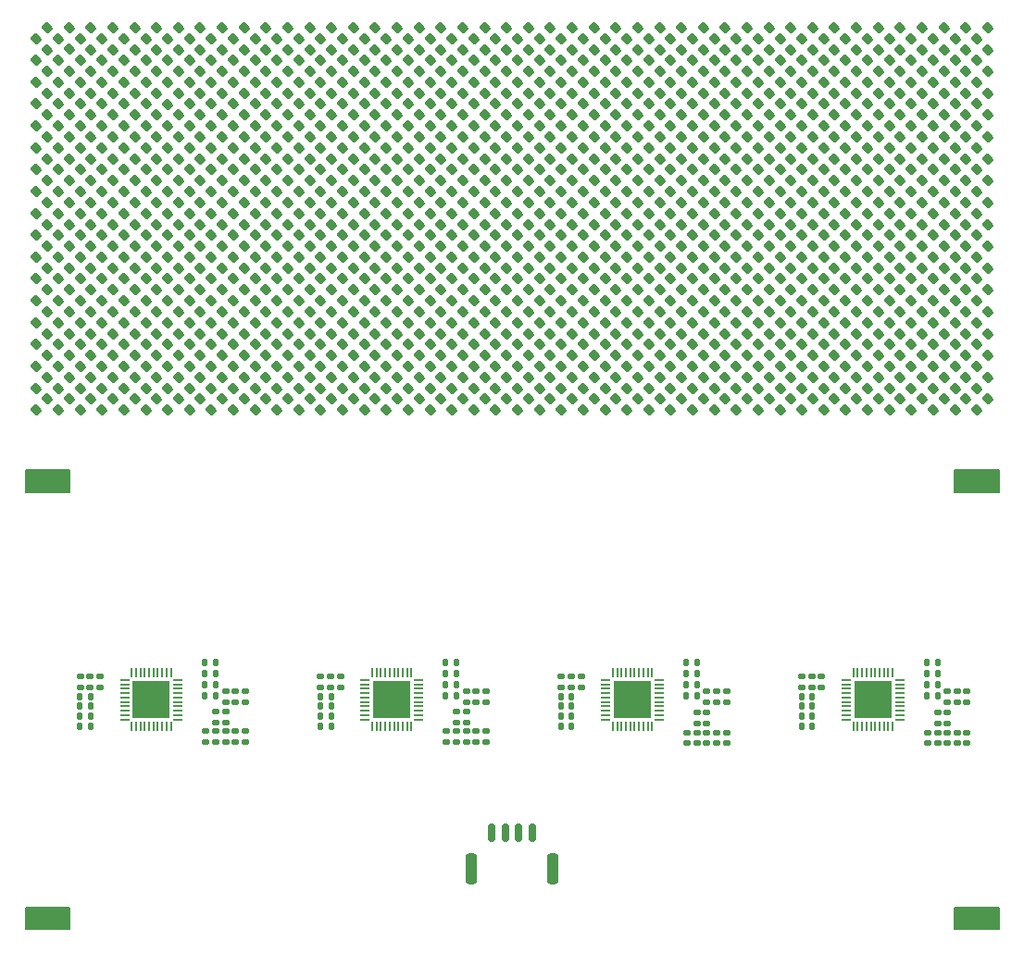
<source format=gts>
G04 #@! TF.GenerationSoftware,KiCad,Pcbnew,(6.0.2-0)*
G04 #@! TF.CreationDate,2022-05-19T22:51:58+02:00*
G04 #@! TF.ProjectId,nixie,6e697869-652e-46b6-9963-61645f706362,rev?*
G04 #@! TF.SameCoordinates,Original*
G04 #@! TF.FileFunction,Soldermask,Top*
G04 #@! TF.FilePolarity,Negative*
%FSLAX46Y46*%
G04 Gerber Fmt 4.6, Leading zero omitted, Abs format (unit mm)*
G04 Created by KiCad (PCBNEW (6.0.2-0)) date 2022-05-19 22:51:58*
%MOMM*%
%LPD*%
G01*
G04 APERTURE LIST*
G04 Aperture macros list*
%AMRoundRect*
0 Rectangle with rounded corners*
0 $1 Rounding radius*
0 $2 $3 $4 $5 $6 $7 $8 $9 X,Y pos of 4 corners*
0 Add a 4 corners polygon primitive as box body*
4,1,4,$2,$3,$4,$5,$6,$7,$8,$9,$2,$3,0*
0 Add four circle primitives for the rounded corners*
1,1,$1+$1,$2,$3*
1,1,$1+$1,$4,$5*
1,1,$1+$1,$6,$7*
1,1,$1+$1,$8,$9*
0 Add four rect primitives between the rounded corners*
20,1,$1+$1,$2,$3,$4,$5,0*
20,1,$1+$1,$4,$5,$6,$7,0*
20,1,$1+$1,$6,$7,$8,$9,0*
20,1,$1+$1,$8,$9,$2,$3,0*%
G04 Aperture macros list end*
%ADD10C,0.200000*%
%ADD11RoundRect,0.187500X0.053033X-0.318198X0.318198X-0.053033X-0.053033X0.318198X-0.318198X0.053033X0*%
%ADD12RoundRect,0.125000X-0.125000X-0.175000X0.125000X-0.175000X0.125000X0.175000X-0.125000X0.175000X0*%
%ADD13RoundRect,0.125000X-0.175000X0.125000X-0.175000X-0.125000X0.175000X-0.125000X0.175000X0.125000X0*%
%ADD14RoundRect,0.125000X0.175000X-0.125000X0.175000X0.125000X-0.175000X0.125000X-0.175000X-0.125000X0*%
%ADD15RoundRect,0.055000X0.357500X0.055000X-0.357500X0.055000X-0.357500X-0.055000X0.357500X-0.055000X0*%
%ADD16RoundRect,0.055000X0.055000X0.357500X-0.055000X0.357500X-0.055000X-0.357500X0.055000X-0.357500X0*%
%ADD17R,3.400000X3.400000*%
%ADD18RoundRect,0.125000X0.125000X0.175000X-0.125000X0.175000X-0.125000X-0.175000X0.125000X-0.175000X0*%
%ADD19RoundRect,0.150000X0.150000X0.700000X-0.150000X0.700000X-0.150000X-0.700000X0.150000X-0.700000X0*%
%ADD20RoundRect,0.250000X0.250000X1.150000X-0.250000X1.150000X-0.250000X-1.150000X0.250000X-1.150000X0*%
G04 APERTURE END LIST*
D10*
X179500000Y-118000000D02*
X183500000Y-118000000D01*
X183500000Y-118000000D02*
X183500000Y-120000000D01*
X183500000Y-120000000D02*
X179500000Y-120000000D01*
X179500000Y-120000000D02*
X179500000Y-118000000D01*
G36*
X179500000Y-118000000D02*
G01*
X183500000Y-118000000D01*
X183500000Y-120000000D01*
X179500000Y-120000000D01*
X179500000Y-118000000D01*
G37*
X94500000Y-158000000D02*
X98500000Y-158000000D01*
X98500000Y-158000000D02*
X98500000Y-160000000D01*
X98500000Y-160000000D02*
X94500000Y-160000000D01*
X94500000Y-160000000D02*
X94500000Y-158000000D01*
G36*
X94500000Y-158000000D02*
G01*
X98500000Y-158000000D01*
X98500000Y-160000000D01*
X94500000Y-160000000D01*
X94500000Y-158000000D01*
G37*
X179500000Y-158000000D02*
X183500000Y-158000000D01*
X183500000Y-158000000D02*
X183500000Y-160000000D01*
X183500000Y-160000000D02*
X179500000Y-160000000D01*
X179500000Y-160000000D02*
X179500000Y-158000000D01*
G36*
X179500000Y-158000000D02*
G01*
X183500000Y-158000000D01*
X183500000Y-160000000D01*
X179500000Y-160000000D01*
X179500000Y-158000000D01*
G37*
X94500000Y-118000000D02*
X98500000Y-118000000D01*
X98500000Y-118000000D02*
X98500000Y-120000000D01*
X98500000Y-120000000D02*
X94500000Y-120000000D01*
X94500000Y-120000000D02*
X94500000Y-118000000D01*
G36*
X94500000Y-118000000D02*
G01*
X98500000Y-118000000D01*
X98500000Y-120000000D01*
X94500000Y-120000000D01*
X94500000Y-118000000D01*
G37*
D11*
G04 #@! TO.C,D493*
X149505025Y-90494975D03*
X150494975Y-89505025D03*
G04 #@! TD*
G04 #@! TO.C,D432*
X141505025Y-112494975D03*
X142494975Y-111505025D03*
G04 #@! TD*
G04 #@! TO.C,D439*
X143505025Y-90494975D03*
X144494975Y-89505025D03*
G04 #@! TD*
G04 #@! TO.C,D679*
X169505025Y-102494975D03*
X170494975Y-101505025D03*
G04 #@! TD*
G04 #@! TO.C,D700*
X171505025Y-108494975D03*
X172494975Y-107505025D03*
G04 #@! TD*
G04 #@! TO.C,D255*
X123505025Y-82494975D03*
X124494975Y-81505025D03*
G04 #@! TD*
G04 #@! TO.C,D564*
X157505025Y-88494975D03*
X158494975Y-87505025D03*
G04 #@! TD*
G04 #@! TO.C,D570*
X157505025Y-100494975D03*
X158494975Y-99505025D03*
G04 #@! TD*
G04 #@! TO.C,D57*
X101505025Y-82494975D03*
X102494975Y-81505025D03*
G04 #@! TD*
G04 #@! TO.C,D709*
X173505025Y-90494975D03*
X174494975Y-89505025D03*
G04 #@! TD*
G04 #@! TO.C,D748*
X177505025Y-96494975D03*
X178494975Y-95505025D03*
G04 #@! TD*
D12*
G04 #@! TO.C,C5*
X132900000Y-135600000D03*
X133900000Y-135600000D03*
G04 #@! TD*
D11*
G04 #@! TO.C,D394*
X137505025Y-108494975D03*
X138494975Y-107505025D03*
G04 #@! TD*
G04 #@! TO.C,D52*
X99505025Y-108494975D03*
X100494975Y-107505025D03*
G04 #@! TD*
G04 #@! TO.C,D627*
X163505025Y-106494975D03*
X164494975Y-105505025D03*
G04 #@! TD*
G04 #@! TO.C,D172*
X113505025Y-96494975D03*
X114494975Y-95505025D03*
G04 #@! TD*
G04 #@! TO.C,D176*
X113505025Y-104494975D03*
X114494975Y-103505025D03*
G04 #@! TD*
G04 #@! TO.C,D573*
X157505025Y-106494975D03*
X158494975Y-105505025D03*
G04 #@! TD*
G04 #@! TO.C,D769*
X179505025Y-102494975D03*
X180494975Y-101505025D03*
G04 #@! TD*
G04 #@! TO.C,D30*
X97505025Y-100494975D03*
X98494975Y-99505025D03*
G04 #@! TD*
D12*
G04 #@! TO.C,C2*
X110900000Y-136600000D03*
X111900000Y-136600000D03*
G04 #@! TD*
D11*
G04 #@! TO.C,D738*
X175505025Y-112494975D03*
X176494975Y-111505025D03*
G04 #@! TD*
G04 #@! TO.C,D300*
X127505025Y-100494975D03*
X128494975Y-99505025D03*
G04 #@! TD*
G04 #@! TO.C,D123*
X107505025Y-106494975D03*
X108494975Y-105505025D03*
G04 #@! TD*
G04 #@! TO.C,D362*
X135505025Y-80494975D03*
X136494975Y-79505025D03*
G04 #@! TD*
G04 #@! TO.C,D288*
X125505025Y-112494975D03*
X126494975Y-111505025D03*
G04 #@! TD*
G04 #@! TO.C,D301*
X127505025Y-102494975D03*
X128494975Y-101505025D03*
G04 #@! TD*
G04 #@! TO.C,D139*
X109505025Y-102494975D03*
X110494975Y-101505025D03*
G04 #@! TD*
G04 #@! TO.C,D546*
X155505025Y-88494975D03*
X156494975Y-87505025D03*
G04 #@! TD*
G04 #@! TO.C,D351*
X133505025Y-94494975D03*
X134494975Y-93505025D03*
G04 #@! TD*
G04 #@! TO.C,D672*
X169505025Y-88494975D03*
X170494975Y-87505025D03*
G04 #@! TD*
G04 #@! TO.C,D533*
X153505025Y-98494975D03*
X154494975Y-97505025D03*
G04 #@! TD*
G04 #@! TO.C,D250*
X121505025Y-108494975D03*
X122494975Y-107505025D03*
G04 #@! TD*
G04 #@! TO.C,D61*
X101505025Y-90494975D03*
X102494975Y-89505025D03*
G04 #@! TD*
G04 #@! TO.C,D127*
X109505025Y-78494975D03*
X110494975Y-77505025D03*
G04 #@! TD*
G04 #@! TO.C,D630*
X163505025Y-112494975D03*
X164494975Y-111505025D03*
G04 #@! TD*
G04 #@! TO.C,D320*
X129505025Y-104494975D03*
X130494975Y-103505025D03*
G04 #@! TD*
D12*
G04 #@! TO.C,R8*
X99450000Y-141400000D03*
X100450000Y-141400000D03*
G04 #@! TD*
D11*
G04 #@! TO.C,D722*
X175505025Y-80494975D03*
X176494975Y-79505025D03*
G04 #@! TD*
G04 #@! TO.C,D488*
X149505025Y-80494975D03*
X150494975Y-79505025D03*
G04 #@! TD*
G04 #@! TO.C,D496*
X149505025Y-96494975D03*
X150494975Y-95505025D03*
G04 #@! TD*
G04 #@! TO.C,D436*
X143505025Y-84494975D03*
X144494975Y-83505025D03*
G04 #@! TD*
G04 #@! TO.C,D152*
X111505025Y-92494975D03*
X112494975Y-91505025D03*
G04 #@! TD*
G04 #@! TO.C,D340*
X131505025Y-108494975D03*
X132494975Y-107505025D03*
G04 #@! TD*
G04 #@! TO.C,D149*
X111505025Y-86494975D03*
X112494975Y-85505025D03*
G04 #@! TD*
G04 #@! TO.C,D145*
X111505025Y-78494975D03*
X112494975Y-77505025D03*
G04 #@! TD*
G04 #@! TO.C,D527*
X153505025Y-86494975D03*
X154494975Y-85505025D03*
G04 #@! TD*
G04 #@! TO.C,D64*
X101505025Y-96494975D03*
X102494975Y-95505025D03*
G04 #@! TD*
G04 #@! TO.C,D492*
X149505025Y-88494975D03*
X150494975Y-87505025D03*
G04 #@! TD*
G04 #@! TO.C,D32*
X97505025Y-104494975D03*
X98494975Y-103505025D03*
G04 #@! TD*
G04 #@! TO.C,D571*
X157505025Y-102494975D03*
X158494975Y-101505025D03*
G04 #@! TD*
G04 #@! TO.C,D43*
X99505025Y-90494975D03*
X100494975Y-89505025D03*
G04 #@! TD*
G04 #@! TO.C,D572*
X157505025Y-104494975D03*
X158494975Y-103505025D03*
G04 #@! TD*
G04 #@! TO.C,D355*
X133505025Y-102494975D03*
X134494975Y-101505025D03*
G04 #@! TD*
G04 #@! TO.C,D639*
X165505025Y-94494975D03*
X166494975Y-93505025D03*
G04 #@! TD*
G04 #@! TO.C,D293*
X127505025Y-86494975D03*
X128494975Y-85505025D03*
G04 #@! TD*
G04 #@! TO.C,D506*
X151505025Y-80494975D03*
X152494975Y-79505025D03*
G04 #@! TD*
G04 #@! TO.C,D668*
X169505025Y-80494975D03*
X170494975Y-79505025D03*
G04 #@! TD*
G04 #@! TO.C,D338*
X131505025Y-104494975D03*
X132494975Y-103505025D03*
G04 #@! TD*
G04 #@! TO.C,D337*
X131505025Y-102494975D03*
X132494975Y-101505025D03*
G04 #@! TD*
G04 #@! TO.C,D220*
X119505025Y-84494975D03*
X120494975Y-83505025D03*
G04 #@! TD*
G04 #@! TO.C,D433*
X143505025Y-78494975D03*
X144494975Y-77505025D03*
G04 #@! TD*
G04 #@! TO.C,D537*
X153505025Y-106494975D03*
X154494975Y-105505025D03*
G04 #@! TD*
G04 #@! TO.C,D699*
X171505025Y-106494975D03*
X172494975Y-105505025D03*
G04 #@! TD*
G04 #@! TO.C,D267*
X123505025Y-106494975D03*
X124494975Y-105505025D03*
G04 #@! TD*
G04 #@! TO.C,D560*
X157505025Y-80494975D03*
X158494975Y-79505025D03*
G04 #@! TD*
G04 #@! TO.C,D14*
X95505025Y-104494975D03*
X96494975Y-103505025D03*
G04 #@! TD*
G04 #@! TO.C,D615*
X163505025Y-82494975D03*
X164494975Y-81505025D03*
G04 #@! TD*
G04 #@! TO.C,D308*
X129505025Y-80494975D03*
X130494975Y-79505025D03*
G04 #@! TD*
G04 #@! TO.C,D222*
X119505025Y-88494975D03*
X120494975Y-87505025D03*
G04 #@! TD*
G04 #@! TO.C,D782*
X181505025Y-92494975D03*
X182494975Y-91505025D03*
G04 #@! TD*
G04 #@! TO.C,D89*
X103505025Y-110494975D03*
X104494975Y-109505025D03*
G04 #@! TD*
G04 #@! TO.C,D548*
X155505025Y-92494975D03*
X156494975Y-91505025D03*
G04 #@! TD*
D13*
G04 #@! TO.C,R11*
X134800000Y-140100000D03*
X134800000Y-141100000D03*
G04 #@! TD*
D11*
G04 #@! TO.C,D26*
X97505025Y-92494975D03*
X98494975Y-91505025D03*
G04 #@! TD*
G04 #@! TO.C,D45*
X99505025Y-94494975D03*
X100494975Y-93505025D03*
G04 #@! TD*
G04 #@! TO.C,D90*
X103505025Y-112494975D03*
X104494975Y-111505025D03*
G04 #@! TD*
G04 #@! TO.C,D524*
X153505025Y-80494975D03*
X154494975Y-79505025D03*
G04 #@! TD*
G04 #@! TO.C,D285*
X125505025Y-106494975D03*
X126494975Y-105505025D03*
G04 #@! TD*
D14*
G04 #@! TO.C,R33*
X177900000Y-143000000D03*
X177900000Y-142000000D03*
G04 #@! TD*
D11*
G04 #@! TO.C,D404*
X139505025Y-92494975D03*
X140494975Y-91505025D03*
G04 #@! TD*
G04 #@! TO.C,D530*
X153505025Y-92494975D03*
X154494975Y-91505025D03*
G04 #@! TD*
G04 #@! TO.C,D302*
X127505025Y-104494975D03*
X128494975Y-103505025D03*
G04 #@! TD*
G04 #@! TO.C,D336*
X131505025Y-100494975D03*
X132494975Y-99505025D03*
G04 #@! TD*
G04 #@! TO.C,D711*
X173505025Y-94494975D03*
X174494975Y-93505025D03*
G04 #@! TD*
G04 #@! TO.C,D428*
X141505025Y-104494975D03*
X142494975Y-103505025D03*
G04 #@! TD*
G04 #@! TO.C,D756*
X177505025Y-112494975D03*
X178494975Y-111505025D03*
G04 #@! TD*
G04 #@! TO.C,D737*
X175505025Y-110494975D03*
X176494975Y-109505025D03*
G04 #@! TD*
G04 #@! TO.C,D611*
X161505025Y-110494975D03*
X162494975Y-109505025D03*
G04 #@! TD*
G04 #@! TO.C,D112*
X107500000Y-84500000D03*
X108489950Y-83510050D03*
G04 #@! TD*
G04 #@! TO.C,D486*
X147505025Y-112494975D03*
X148494975Y-111505025D03*
G04 #@! TD*
G04 #@! TO.C,D317*
X129505025Y-98494975D03*
X130494975Y-97505025D03*
G04 #@! TD*
G04 #@! TO.C,D242*
X121505025Y-92494975D03*
X122494975Y-91505025D03*
G04 #@! TD*
G04 #@! TO.C,D471*
X147505025Y-82494975D03*
X148494975Y-81505025D03*
G04 #@! TD*
G04 #@! TO.C,D721*
X175505025Y-78494975D03*
X176494975Y-77505025D03*
G04 #@! TD*
D14*
G04 #@! TO.C,C20*
X136600000Y-139200000D03*
X136600000Y-138200000D03*
G04 #@! TD*
D11*
G04 #@! TO.C,D644*
X165505025Y-104494975D03*
X166494975Y-103505025D03*
G04 #@! TD*
G04 #@! TO.C,D495*
X149505025Y-94494975D03*
X150494975Y-93505025D03*
G04 #@! TD*
G04 #@! TO.C,D31*
X97505025Y-102494975D03*
X98494975Y-101505025D03*
G04 #@! TD*
G04 #@! TO.C,D501*
X149505025Y-106494975D03*
X150494975Y-105505025D03*
G04 #@! TD*
G04 #@! TO.C,D369*
X135505025Y-94494975D03*
X136494975Y-93505025D03*
G04 #@! TD*
G04 #@! TO.C,D676*
X169505025Y-96494975D03*
X170494975Y-95505025D03*
G04 #@! TD*
G04 #@! TO.C,D534*
X153505025Y-100494975D03*
X154494975Y-99505025D03*
G04 #@! TD*
G04 #@! TO.C,D403*
X139505025Y-90494975D03*
X140494975Y-89505025D03*
G04 #@! TD*
G04 #@! TO.C,D324*
X129505025Y-112494975D03*
X130494975Y-111505025D03*
G04 #@! TD*
D12*
G04 #@! TO.C,R20*
X121450000Y-139600000D03*
X122450000Y-139600000D03*
G04 #@! TD*
D11*
G04 #@! TO.C,D377*
X135505025Y-110494975D03*
X136494975Y-109505025D03*
G04 #@! TD*
D14*
G04 #@! TO.C,C39*
X179700000Y-139200000D03*
X179700000Y-138200000D03*
G04 #@! TD*
D11*
G04 #@! TO.C,D124*
X107505025Y-108494975D03*
X108494975Y-107505025D03*
G04 #@! TD*
G04 #@! TO.C,D217*
X119505025Y-78494975D03*
X120494975Y-77505025D03*
G04 #@! TD*
G04 #@! TO.C,D665*
X167505025Y-110494975D03*
X168494975Y-109505025D03*
G04 #@! TD*
G04 #@! TO.C,D370*
X135505025Y-96494975D03*
X136494975Y-95505025D03*
G04 #@! TD*
G04 #@! TO.C,D704*
X173505025Y-80494975D03*
X174494975Y-79505025D03*
G04 #@! TD*
G04 #@! TO.C,D556*
X155505025Y-108494975D03*
X156494975Y-107505025D03*
G04 #@! TD*
G04 #@! TO.C,D133*
X109505025Y-90494975D03*
X110494975Y-89505025D03*
G04 #@! TD*
G04 #@! TO.C,D482*
X147505025Y-104494975D03*
X148494975Y-103505025D03*
G04 #@! TD*
G04 #@! TO.C,D3*
X95505025Y-82494975D03*
X96494975Y-81505025D03*
G04 #@! TD*
G04 #@! TO.C,D322*
X129505025Y-108494975D03*
X130494975Y-107505025D03*
G04 #@! TD*
G04 #@! TO.C,D689*
X171505025Y-86494975D03*
X172494975Y-85505025D03*
G04 #@! TD*
G04 #@! TO.C,D609*
X161505025Y-106494975D03*
X162494975Y-105505025D03*
G04 #@! TD*
G04 #@! TO.C,D407*
X139505025Y-98494975D03*
X140494975Y-97505025D03*
G04 #@! TD*
G04 #@! TO.C,D514*
X151505025Y-96494975D03*
X152494975Y-95505025D03*
G04 #@! TD*
G04 #@! TO.C,D632*
X165505025Y-80494975D03*
X166494975Y-79505025D03*
G04 #@! TD*
G04 #@! TO.C,D504*
X149505025Y-112494975D03*
X150494975Y-111505025D03*
G04 #@! TD*
G04 #@! TO.C,D419*
X141505025Y-86494975D03*
X142494975Y-85505025D03*
G04 #@! TD*
G04 #@! TO.C,D348*
X133505025Y-88494975D03*
X134494975Y-87505025D03*
G04 #@! TD*
G04 #@! TO.C,D120*
X107505025Y-100494975D03*
X108494975Y-99505025D03*
G04 #@! TD*
G04 #@! TO.C,D199*
X117505025Y-78494975D03*
X118494975Y-77505025D03*
G04 #@! TD*
G04 #@! TO.C,D770*
X179505025Y-104494975D03*
X180494975Y-103505025D03*
G04 #@! TD*
G04 #@! TO.C,D116*
X107505025Y-92494975D03*
X108494975Y-91505025D03*
G04 #@! TD*
G04 #@! TO.C,D154*
X111505025Y-96494975D03*
X112494975Y-95505025D03*
G04 #@! TD*
G04 #@! TO.C,D607*
X161505025Y-102494975D03*
X162494975Y-101505025D03*
G04 #@! TD*
G04 #@! TO.C,D523*
X153505025Y-78494975D03*
X154494975Y-77505025D03*
G04 #@! TD*
G04 #@! TO.C,D391*
X137505025Y-102494975D03*
X138494975Y-101505025D03*
G04 #@! TD*
G04 #@! TO.C,D253*
X123505025Y-78494975D03*
X124494975Y-77505025D03*
G04 #@! TD*
G04 #@! TO.C,D350*
X133505025Y-92494975D03*
X134494975Y-91505025D03*
G04 #@! TD*
G04 #@! TO.C,D792*
X181505025Y-112494975D03*
X182494975Y-111505025D03*
G04 #@! TD*
G04 #@! TO.C,D777*
X181505025Y-82494975D03*
X182494975Y-81505025D03*
G04 #@! TD*
G04 #@! TO.C,D633*
X165505025Y-82494975D03*
X166494975Y-81505025D03*
G04 #@! TD*
G04 #@! TO.C,D175*
X113505025Y-102494975D03*
X114494975Y-101505025D03*
G04 #@! TD*
G04 #@! TO.C,D157*
X111505025Y-102494975D03*
X112494975Y-101505025D03*
G04 #@! TD*
G04 #@! TO.C,D59*
X101505025Y-86494975D03*
X102494975Y-85505025D03*
G04 #@! TD*
G04 #@! TO.C,D641*
X165505025Y-98494975D03*
X166494975Y-97505025D03*
G04 #@! TD*
G04 #@! TO.C,D211*
X117505025Y-102494975D03*
X118494975Y-101505025D03*
G04 #@! TD*
D14*
G04 #@! TO.C,R24*
X156800000Y-143000000D03*
X156800000Y-142000000D03*
G04 #@! TD*
D11*
G04 #@! TO.C,D508*
X151505025Y-84494975D03*
X152494975Y-83505025D03*
G04 #@! TD*
G04 #@! TO.C,D485*
X147505025Y-110494975D03*
X148494975Y-109505025D03*
G04 #@! TD*
G04 #@! TO.C,D378*
X135505025Y-112494975D03*
X136494975Y-111505025D03*
G04 #@! TD*
G04 #@! TO.C,D50*
X99505025Y-104494975D03*
X100494975Y-103505025D03*
G04 #@! TD*
G04 #@! TO.C,D484*
X147505025Y-108494975D03*
X148494975Y-107505025D03*
G04 #@! TD*
G04 #@! TO.C,D164*
X113505025Y-80494975D03*
X114494975Y-79505025D03*
G04 #@! TD*
G04 #@! TO.C,D637*
X165505025Y-90494975D03*
X166494975Y-89505025D03*
G04 #@! TD*
G04 #@! TO.C,D257*
X123505025Y-86494975D03*
X124494975Y-85505025D03*
G04 #@! TD*
G04 #@! TO.C,D449*
X143505025Y-110494975D03*
X144494975Y-109505025D03*
G04 #@! TD*
G04 #@! TO.C,D216*
X117505025Y-112494975D03*
X118494975Y-111505025D03*
G04 #@! TD*
G04 #@! TO.C,D128*
X109505025Y-80494975D03*
X110494975Y-79505025D03*
G04 #@! TD*
G04 #@! TO.C,D353*
X133505025Y-98494975D03*
X134494975Y-97505025D03*
G04 #@! TD*
G04 #@! TO.C,D732*
X175505025Y-100494975D03*
X176494975Y-99505025D03*
G04 #@! TD*
G04 #@! TO.C,D97*
X105505025Y-90494975D03*
X106494975Y-89505025D03*
G04 #@! TD*
G04 #@! TO.C,D475*
X147505025Y-90494975D03*
X148494975Y-89505025D03*
G04 #@! TD*
G04 #@! TO.C,D509*
X151505025Y-86494975D03*
X152494975Y-85505025D03*
G04 #@! TD*
G04 #@! TO.C,D325*
X131505025Y-78494975D03*
X132494975Y-77505025D03*
G04 #@! TD*
G04 #@! TO.C,D148*
X111505025Y-84494975D03*
X112494975Y-83505025D03*
G04 #@! TD*
G04 #@! TO.C,D628*
X163505025Y-108494975D03*
X164494975Y-107505025D03*
G04 #@! TD*
G04 #@! TO.C,D606*
X161505025Y-100494975D03*
X162494975Y-99505025D03*
G04 #@! TD*
G04 #@! TO.C,D733*
X175505025Y-102494975D03*
X176494975Y-101505025D03*
G04 #@! TD*
G04 #@! TO.C,D35*
X97505025Y-110494975D03*
X98494975Y-109505025D03*
G04 #@! TD*
D12*
G04 #@! TO.C,R38*
X165450000Y-141400000D03*
X166450000Y-141400000D03*
G04 #@! TD*
D13*
G04 #@! TO.C,R6*
X114600000Y-141900000D03*
X114600000Y-142900000D03*
G04 #@! TD*
D11*
G04 #@! TO.C,D507*
X151505025Y-82494975D03*
X152494975Y-81505025D03*
G04 #@! TD*
G04 #@! TO.C,D757*
X179505025Y-78494975D03*
X180494975Y-77505025D03*
G04 #@! TD*
D14*
G04 #@! TO.C,C13*
X114600000Y-139200000D03*
X114600000Y-138200000D03*
G04 #@! TD*
D11*
G04 #@! TO.C,D786*
X181505025Y-100494975D03*
X182494975Y-99505025D03*
G04 #@! TD*
G04 #@! TO.C,D640*
X165505025Y-96494975D03*
X166494975Y-95505025D03*
G04 #@! TD*
G04 #@! TO.C,D342*
X131505025Y-112494975D03*
X132494975Y-111505025D03*
G04 #@! TD*
G04 #@! TO.C,D790*
X181505025Y-108494975D03*
X182494975Y-107505025D03*
G04 #@! TD*
G04 #@! TO.C,D429*
X141505025Y-106494975D03*
X142494975Y-105505025D03*
G04 #@! TD*
G04 #@! TO.C,D476*
X147505025Y-92494975D03*
X148494975Y-91505025D03*
G04 #@! TD*
G04 #@! TO.C,D190*
X115505025Y-96494975D03*
X116494975Y-95505025D03*
G04 #@! TD*
G04 #@! TO.C,D497*
X149505025Y-98494975D03*
X150494975Y-97505025D03*
G04 #@! TD*
G04 #@! TO.C,D724*
X175505025Y-84494975D03*
X176494975Y-83505025D03*
G04 #@! TD*
G04 #@! TO.C,D254*
X123505025Y-80494975D03*
X124494975Y-79505025D03*
G04 #@! TD*
G04 #@! TO.C,D194*
X115505025Y-104494975D03*
X116494975Y-103505025D03*
G04 #@! TD*
G04 #@! TO.C,D386*
X137505025Y-92494975D03*
X138494975Y-91505025D03*
G04 #@! TD*
G04 #@! TO.C,D247*
X121505025Y-102494975D03*
X122494975Y-101505025D03*
G04 #@! TD*
G04 #@! TO.C,D307*
X129505025Y-78494975D03*
X130494975Y-77505025D03*
G04 #@! TD*
D12*
G04 #@! TO.C,R39*
X165450000Y-138700000D03*
X166450000Y-138700000D03*
G04 #@! TD*
D11*
G04 #@! TO.C,D762*
X179505025Y-88494975D03*
X180494975Y-87505025D03*
G04 #@! TD*
G04 #@! TO.C,D515*
X151505025Y-98494975D03*
X152494975Y-97505025D03*
G04 #@! TD*
G04 #@! TO.C,D619*
X163505025Y-90494975D03*
X164494975Y-89505025D03*
G04 #@! TD*
G04 #@! TO.C,D683*
X169505025Y-110494975D03*
X170494975Y-109505025D03*
G04 #@! TD*
G04 #@! TO.C,D763*
X179505025Y-90494975D03*
X180494975Y-89505025D03*
G04 #@! TD*
G04 #@! TO.C,D240*
X121505025Y-88494975D03*
X122494975Y-87505025D03*
G04 #@! TD*
G04 #@! TO.C,D720*
X173505025Y-112494975D03*
X174494975Y-111505025D03*
G04 #@! TD*
G04 #@! TO.C,D674*
X169505025Y-92494975D03*
X170494975Y-91505025D03*
G04 #@! TD*
G04 #@! TO.C,D747*
X177505025Y-94494975D03*
X178494975Y-93505025D03*
G04 #@! TD*
D13*
G04 #@! TO.C,C42*
X166400000Y-136850000D03*
X166400000Y-137850000D03*
G04 #@! TD*
D11*
G04 #@! TO.C,D384*
X137505025Y-88494975D03*
X138494975Y-87505025D03*
G04 #@! TD*
G04 #@! TO.C,D294*
X127505025Y-88494975D03*
X128494975Y-87505025D03*
G04 #@! TD*
G04 #@! TO.C,D517*
X151505025Y-102494975D03*
X152494975Y-101505025D03*
G04 #@! TD*
G04 #@! TO.C,D519*
X151505025Y-106494975D03*
X152494975Y-105505025D03*
G04 #@! TD*
G04 #@! TO.C,D401*
X139505025Y-86494975D03*
X140494975Y-85505025D03*
G04 #@! TD*
G04 #@! TO.C,D558*
X155505025Y-112494975D03*
X156494975Y-111505025D03*
G04 #@! TD*
G04 #@! TO.C,D117*
X107505025Y-94494975D03*
X108494975Y-93505025D03*
G04 #@! TD*
G04 #@! TO.C,D511*
X151505025Y-90494975D03*
X152494975Y-89505025D03*
G04 #@! TD*
G04 #@! TO.C,D767*
X179505025Y-98494975D03*
X180494975Y-97505025D03*
G04 #@! TD*
G04 #@! TO.C,D675*
X169505025Y-94494975D03*
X170494975Y-93505025D03*
G04 #@! TD*
G04 #@! TO.C,D24*
X97505025Y-88494975D03*
X98494975Y-87505025D03*
G04 #@! TD*
G04 #@! TO.C,D791*
X181505025Y-110494975D03*
X182494975Y-109505025D03*
G04 #@! TD*
G04 #@! TO.C,D621*
X163505025Y-94494975D03*
X164494975Y-93505025D03*
G04 #@! TD*
G04 #@! TO.C,D188*
X115505025Y-92494975D03*
X116494975Y-91505025D03*
G04 #@! TD*
D14*
G04 #@! TO.C,R34*
X178800000Y-143000000D03*
X178800000Y-142000000D03*
G04 #@! TD*
D11*
G04 #@! TO.C,D179*
X113505025Y-110494975D03*
X114494975Y-109505025D03*
G04 #@! TD*
G04 #@! TO.C,D323*
X129505025Y-110494975D03*
X130494975Y-109505025D03*
G04 #@! TD*
D14*
G04 #@! TO.C,C15*
X112800000Y-139200000D03*
X112800000Y-138200000D03*
G04 #@! TD*
D11*
G04 #@! TO.C,D129*
X109505025Y-82494975D03*
X110494975Y-81505025D03*
G04 #@! TD*
G04 #@! TO.C,D95*
X105505025Y-86494975D03*
X106494975Y-85505025D03*
G04 #@! TD*
D14*
G04 #@! TO.C,C21*
X135700000Y-139200000D03*
X135700000Y-138200000D03*
G04 #@! TD*
D11*
G04 #@! TO.C,D568*
X157505025Y-96494975D03*
X158494975Y-95505025D03*
G04 #@! TD*
G04 #@! TO.C,D478*
X147505025Y-96494975D03*
X148494975Y-95505025D03*
G04 #@! TD*
G04 #@! TO.C,D778*
X181505025Y-84494975D03*
X182494975Y-83505025D03*
G04 #@! TD*
G04 #@! TO.C,D425*
X141505025Y-98494975D03*
X142494975Y-97505025D03*
G04 #@! TD*
G04 #@! TO.C,D20*
X97505025Y-80489950D03*
X98494975Y-79500000D03*
G04 #@! TD*
G04 #@! TO.C,D221*
X119505025Y-86494975D03*
X120494975Y-85505025D03*
G04 #@! TD*
G04 #@! TO.C,D525*
X153505025Y-82494975D03*
X154494975Y-81505025D03*
G04 #@! TD*
G04 #@! TO.C,D198*
X115505025Y-112494975D03*
X116494975Y-111505025D03*
G04 #@! TD*
G04 #@! TO.C,D376*
X135505025Y-108494975D03*
X136494975Y-107505025D03*
G04 #@! TD*
G04 #@! TO.C,D771*
X179505025Y-106494975D03*
X180494975Y-105505025D03*
G04 #@! TD*
G04 #@! TO.C,D132*
X109505025Y-88494975D03*
X110494975Y-87505025D03*
G04 #@! TD*
G04 #@! TO.C,D319*
X129505025Y-102494975D03*
X130494975Y-101505025D03*
G04 #@! TD*
G04 #@! TO.C,D731*
X175505025Y-98494975D03*
X176494975Y-97505025D03*
G04 #@! TD*
G04 #@! TO.C,D10*
X95505025Y-96494975D03*
X96494975Y-95505025D03*
G04 #@! TD*
D12*
G04 #@! TO.C,C6*
X132900000Y-136600000D03*
X133900000Y-136600000D03*
G04 #@! TD*
D11*
G04 #@! TO.C,D109*
X107505025Y-78494975D03*
X108494975Y-77505025D03*
G04 #@! TD*
G04 #@! TO.C,D180*
X113505025Y-112494975D03*
X114494975Y-111505025D03*
G04 #@! TD*
D12*
G04 #@! TO.C,R29*
X143450000Y-138700000D03*
X144450000Y-138700000D03*
G04 #@! TD*
D11*
G04 #@! TO.C,D246*
X121505025Y-100494975D03*
X122494975Y-99505025D03*
G04 #@! TD*
G04 #@! TO.C,D373*
X135505025Y-102494975D03*
X136494975Y-101505025D03*
G04 #@! TD*
G04 #@! TO.C,D647*
X165505025Y-110494975D03*
X166494975Y-109505025D03*
G04 #@! TD*
G04 #@! TO.C,D434*
X143505025Y-80494975D03*
X144494975Y-79505025D03*
G04 #@! TD*
G04 #@! TO.C,D210*
X117505025Y-100494975D03*
X118494975Y-99505025D03*
G04 #@! TD*
G04 #@! TO.C,D565*
X157505025Y-90494975D03*
X158494975Y-89505025D03*
G04 #@! TD*
G04 #@! TO.C,D629*
X163505025Y-110494975D03*
X164494975Y-109505025D03*
G04 #@! TD*
G04 #@! TO.C,D388*
X137505025Y-96494975D03*
X138494975Y-95505025D03*
G04 #@! TD*
G04 #@! TO.C,D344*
X133505025Y-80494975D03*
X134494975Y-79505025D03*
G04 #@! TD*
G04 #@! TO.C,D645*
X165505025Y-106494975D03*
X166494975Y-105505025D03*
G04 #@! TD*
G04 #@! TO.C,D155*
X111505025Y-98494975D03*
X112494975Y-97505025D03*
G04 #@! TD*
G04 #@! TO.C,D470*
X147505025Y-80494975D03*
X148494975Y-79505025D03*
G04 #@! TD*
D12*
G04 #@! TO.C,C37*
X176900000Y-138600000D03*
X177900000Y-138600000D03*
G04 #@! TD*
D11*
G04 #@! TO.C,D667*
X169505025Y-78494975D03*
X170494975Y-77505025D03*
G04 #@! TD*
G04 #@! TO.C,D717*
X173505025Y-106494975D03*
X174494975Y-105505025D03*
G04 #@! TD*
G04 #@! TO.C,D417*
X141505025Y-82494975D03*
X142494975Y-81505025D03*
G04 #@! TD*
G04 #@! TO.C,D269*
X123505025Y-110494975D03*
X124494975Y-109505025D03*
G04 #@! TD*
G04 #@! TO.C,D187*
X115505025Y-90494975D03*
X116494975Y-89505025D03*
G04 #@! TD*
G04 #@! TO.C,D399*
X139505025Y-82494975D03*
X140494975Y-81505025D03*
G04 #@! TD*
G04 #@! TO.C,D375*
X135505025Y-106494975D03*
X136494975Y-105505025D03*
G04 #@! TD*
G04 #@! TO.C,D460*
X145505025Y-96494975D03*
X146494975Y-95505025D03*
G04 #@! TD*
G04 #@! TO.C,D658*
X167505025Y-96494975D03*
X168494975Y-95505025D03*
G04 #@! TD*
G04 #@! TO.C,D494*
X149505025Y-92494975D03*
X150494975Y-91505025D03*
G04 #@! TD*
G04 #@! TO.C,D582*
X159505025Y-88494975D03*
X160494975Y-87505025D03*
G04 #@! TD*
G04 #@! TO.C,D580*
X159505025Y-84494975D03*
X160494975Y-83505025D03*
G04 #@! TD*
D13*
G04 #@! TO.C,R1*
X112800000Y-140100000D03*
X112800000Y-141100000D03*
G04 #@! TD*
D11*
G04 #@! TO.C,D1*
X95505025Y-78494975D03*
X96494975Y-77505025D03*
G04 #@! TD*
G04 #@! TO.C,D463*
X145505025Y-102494975D03*
X146494975Y-101505025D03*
G04 #@! TD*
G04 #@! TO.C,D705*
X173505025Y-82494975D03*
X174494975Y-81505025D03*
G04 #@! TD*
G04 #@! TO.C,D333*
X131505025Y-94494975D03*
X132494975Y-93505025D03*
G04 #@! TD*
G04 #@! TO.C,D680*
X169505025Y-104494975D03*
X170494975Y-103505025D03*
G04 #@! TD*
G04 #@! TO.C,D631*
X165505025Y-78494975D03*
X166494975Y-77505025D03*
G04 #@! TD*
D12*
G04 #@! TO.C,C7*
X132900000Y-137600000D03*
X133900000Y-137600000D03*
G04 #@! TD*
D11*
G04 #@! TO.C,D15*
X95505025Y-106494975D03*
X96494975Y-105505025D03*
G04 #@! TD*
G04 #@! TO.C,D21*
X97505025Y-82494975D03*
X98494975Y-81505025D03*
G04 #@! TD*
G04 #@! TO.C,D96*
X105505025Y-88494975D03*
X106494975Y-87505025D03*
G04 #@! TD*
G04 #@! TO.C,D144*
X109505025Y-112494975D03*
X110494975Y-111505025D03*
G04 #@! TD*
G04 #@! TO.C,D63*
X101505025Y-94494975D03*
X102494975Y-93505025D03*
G04 #@! TD*
G04 #@! TO.C,D331*
X131505025Y-90494975D03*
X132494975Y-89505025D03*
G04 #@! TD*
G04 #@! TO.C,D714*
X173505025Y-100494975D03*
X174494975Y-99505025D03*
G04 #@! TD*
G04 #@! TO.C,D341*
X131505025Y-110494975D03*
X132494975Y-109505025D03*
G04 #@! TD*
G04 #@! TO.C,D77*
X103505025Y-86494975D03*
X104494975Y-85505025D03*
G04 #@! TD*
G04 #@! TO.C,D209*
X117505025Y-98494975D03*
X118494975Y-97505025D03*
G04 #@! TD*
G04 #@! TO.C,D505*
X151505025Y-78494975D03*
X152494975Y-77505025D03*
G04 #@! TD*
G04 #@! TO.C,D643*
X165505025Y-102494975D03*
X166494975Y-101505025D03*
G04 #@! TD*
G04 #@! TO.C,D583*
X159505025Y-90494975D03*
X160494975Y-89505025D03*
G04 #@! TD*
G04 #@! TO.C,D591*
X159505025Y-106494975D03*
X160494975Y-105505025D03*
G04 #@! TD*
G04 #@! TO.C,D304*
X127505025Y-108494975D03*
X128494975Y-107505025D03*
G04 #@! TD*
G04 #@! TO.C,D349*
X133505025Y-90494975D03*
X134494975Y-89505025D03*
G04 #@! TD*
G04 #@! TO.C,D744*
X177505025Y-88494975D03*
X178494975Y-87505025D03*
G04 #@! TD*
G04 #@! TO.C,D82*
X103505025Y-96494975D03*
X104494975Y-95505025D03*
G04 #@! TD*
G04 #@! TO.C,D422*
X141505025Y-92494975D03*
X142494975Y-91505025D03*
G04 #@! TD*
G04 #@! TO.C,D759*
X179505025Y-82494975D03*
X180494975Y-81505025D03*
G04 #@! TD*
G04 #@! TO.C,D85*
X103505025Y-102494975D03*
X104494975Y-101505025D03*
G04 #@! TD*
G04 #@! TO.C,D441*
X143505025Y-94494975D03*
X144494975Y-93505025D03*
G04 #@! TD*
G04 #@! TO.C,D522*
X151505025Y-112494975D03*
X152494975Y-111505025D03*
G04 #@! TD*
G04 #@! TO.C,D397*
X139505025Y-78494975D03*
X140494975Y-77505025D03*
G04 #@! TD*
G04 #@! TO.C,D673*
X169505025Y-90494975D03*
X170494975Y-89505025D03*
G04 #@! TD*
G04 #@! TO.C,D649*
X167505025Y-78494975D03*
X168494975Y-77505025D03*
G04 #@! TD*
G04 #@! TO.C,D138*
X109505025Y-100494975D03*
X110494975Y-99505025D03*
G04 #@! TD*
G04 #@! TO.C,D424*
X141505025Y-96494975D03*
X142494975Y-95505025D03*
G04 #@! TD*
G04 #@! TO.C,D131*
X109505025Y-86494975D03*
X110494975Y-85505025D03*
G04 #@! TD*
G04 #@! TO.C,D192*
X115505025Y-100494975D03*
X116494975Y-99505025D03*
G04 #@! TD*
D15*
G04 #@! TO.C,U3*
X152437500Y-140800000D03*
X152437500Y-140400000D03*
X152437500Y-140000000D03*
X152437500Y-139600000D03*
X152437500Y-139200000D03*
X152437500Y-138800000D03*
X152437500Y-138400000D03*
X152437500Y-138000000D03*
X152437500Y-137600000D03*
X152437500Y-137200000D03*
D16*
X151800000Y-136562500D03*
X151400000Y-136562500D03*
X151000000Y-136562500D03*
X150600000Y-136562500D03*
X150200000Y-136562500D03*
X149800000Y-136562500D03*
X149400000Y-136562500D03*
X149000000Y-136562500D03*
X148600000Y-136562500D03*
X148200000Y-136562500D03*
D15*
X147562500Y-137200000D03*
X147562500Y-137600000D03*
X147562500Y-138000000D03*
X147562500Y-138400000D03*
X147562500Y-138800000D03*
X147562500Y-139200000D03*
X147562500Y-139600000D03*
X147562500Y-140000000D03*
X147562500Y-140400000D03*
X147562500Y-140800000D03*
D16*
X148200000Y-141437500D03*
X148600000Y-141437500D03*
X149000000Y-141437500D03*
X149400000Y-141437500D03*
X149800000Y-141437500D03*
X150200000Y-141437500D03*
X150600000Y-141437500D03*
X151000000Y-141437500D03*
X151400000Y-141437500D03*
X151800000Y-141437500D03*
D17*
X150000000Y-139000000D03*
G04 #@! TD*
D13*
G04 #@! TO.C,C16*
X101300000Y-136850000D03*
X101300000Y-137850000D03*
G04 #@! TD*
D11*
G04 #@! TO.C,D372*
X135505025Y-100494975D03*
X136494975Y-99505025D03*
G04 #@! TD*
G04 #@! TO.C,D712*
X173505025Y-96494975D03*
X174494975Y-95505025D03*
G04 #@! TD*
G04 #@! TO.C,D768*
X179505025Y-100494975D03*
X180494975Y-99505025D03*
G04 #@! TD*
G04 #@! TO.C,D443*
X143505025Y-98494975D03*
X144494975Y-97505025D03*
G04 #@! TD*
G04 #@! TO.C,D290*
X127505025Y-80494975D03*
X128494975Y-79505025D03*
G04 #@! TD*
G04 #@! TO.C,D125*
X107505025Y-110494975D03*
X108494975Y-109505025D03*
G04 #@! TD*
D14*
G04 #@! TO.C,R7*
X111000000Y-142900000D03*
X111000000Y-141900000D03*
G04 #@! TD*
D11*
G04 #@! TO.C,D598*
X161505025Y-84494975D03*
X162494975Y-83505025D03*
G04 #@! TD*
G04 #@! TO.C,D328*
X131505025Y-84494975D03*
X132494975Y-83505025D03*
G04 #@! TD*
D14*
G04 #@! TO.C,C27*
X156800000Y-139200000D03*
X156800000Y-138200000D03*
G04 #@! TD*
D13*
G04 #@! TO.C,C30*
X143500000Y-136850000D03*
X143500000Y-137850000D03*
G04 #@! TD*
D11*
G04 #@! TO.C,D53*
X99505025Y-110494975D03*
X100494975Y-109505025D03*
G04 #@! TD*
G04 #@! TO.C,D442*
X143505025Y-96494975D03*
X144494975Y-95505025D03*
G04 #@! TD*
D13*
G04 #@! TO.C,C24*
X122400000Y-136850000D03*
X122400000Y-137850000D03*
G04 #@! TD*
D11*
G04 #@! TO.C,D550*
X155505025Y-96494975D03*
X156494975Y-95505025D03*
G04 #@! TD*
D13*
G04 #@! TO.C,C32*
X145300000Y-136850000D03*
X145300000Y-137850000D03*
G04 #@! TD*
D11*
G04 #@! TO.C,D158*
X111505025Y-104494975D03*
X112494975Y-103505025D03*
G04 #@! TD*
G04 #@! TO.C,D706*
X173505025Y-84494975D03*
X174494975Y-83505025D03*
G04 #@! TD*
G04 #@! TO.C,D772*
X179505025Y-108494975D03*
X180494975Y-107505025D03*
G04 #@! TD*
D12*
G04 #@! TO.C,R9*
X99450000Y-138700000D03*
X100450000Y-138700000D03*
G04 #@! TD*
D11*
G04 #@! TO.C,D781*
X181505025Y-90494975D03*
X182494975Y-89505025D03*
G04 #@! TD*
D14*
G04 #@! TO.C,R13*
X133900000Y-142900000D03*
X133900000Y-141900000D03*
G04 #@! TD*
D11*
G04 #@! TO.C,D405*
X139505025Y-94494975D03*
X140494975Y-93505025D03*
G04 #@! TD*
D18*
G04 #@! TO.C,C44*
X166450000Y-140500000D03*
X165450000Y-140500000D03*
G04 #@! TD*
D11*
G04 #@! TO.C,D653*
X167505025Y-86494975D03*
X168494975Y-85505025D03*
G04 #@! TD*
G04 #@! TO.C,D283*
X125505025Y-102494975D03*
X126494975Y-101505025D03*
G04 #@! TD*
G04 #@! TO.C,D600*
X161505025Y-88494975D03*
X162494975Y-87505025D03*
G04 #@! TD*
G04 #@! TO.C,D761*
X179505025Y-86494975D03*
X180494975Y-85505025D03*
G04 #@! TD*
G04 #@! TO.C,D490*
X149505025Y-84494975D03*
X150494975Y-83505025D03*
G04 #@! TD*
G04 #@! TO.C,D298*
X127505025Y-96494975D03*
X128494975Y-95505025D03*
G04 #@! TD*
G04 #@! TO.C,D745*
X177505025Y-90494975D03*
X178494975Y-89505025D03*
G04 #@! TD*
G04 #@! TO.C,D18*
X95505025Y-112494975D03*
X96494975Y-111505025D03*
G04 #@! TD*
D14*
G04 #@! TO.C,R27*
X155000000Y-143000000D03*
X155000000Y-142000000D03*
G04 #@! TD*
D11*
G04 #@! TO.C,D104*
X105505025Y-104494975D03*
X106494975Y-103505025D03*
G04 #@! TD*
G04 #@! TO.C,D200*
X117505025Y-80494975D03*
X118494975Y-79505025D03*
G04 #@! TD*
G04 #@! TO.C,D411*
X139505025Y-106494975D03*
X140494975Y-105505025D03*
G04 #@! TD*
G04 #@! TO.C,D663*
X167505025Y-106494975D03*
X168494975Y-105505025D03*
G04 #@! TD*
G04 #@! TO.C,D779*
X181505025Y-86494975D03*
X182494975Y-85505025D03*
G04 #@! TD*
G04 #@! TO.C,D352*
X133505025Y-96494975D03*
X134494975Y-95505025D03*
G04 #@! TD*
G04 #@! TO.C,D91*
X105505025Y-78494975D03*
X106494975Y-77505025D03*
G04 #@! TD*
D12*
G04 #@! TO.C,C35*
X176900000Y-136600000D03*
X177900000Y-136600000D03*
G04 #@! TD*
D11*
G04 #@! TO.C,D638*
X165505025Y-92494975D03*
X166494975Y-91505025D03*
G04 #@! TD*
G04 #@! TO.C,D48*
X99505025Y-100494975D03*
X100494975Y-99505025D03*
G04 #@! TD*
G04 #@! TO.C,D581*
X159505025Y-86494975D03*
X160494975Y-85505025D03*
G04 #@! TD*
G04 #@! TO.C,D588*
X159505025Y-100494975D03*
X160494975Y-99505025D03*
G04 #@! TD*
G04 #@! TO.C,D585*
X159505025Y-94494975D03*
X160494975Y-93505025D03*
G04 #@! TD*
G04 #@! TO.C,D177*
X113505025Y-106494975D03*
X114494975Y-105505025D03*
G04 #@! TD*
G04 #@! TO.C,D510*
X151505025Y-88494975D03*
X152494975Y-87505025D03*
G04 #@! TD*
G04 #@! TO.C,D480*
X147505025Y-100494975D03*
X148494975Y-99505025D03*
G04 #@! TD*
D18*
G04 #@! TO.C,C26*
X122450000Y-140500000D03*
X121450000Y-140500000D03*
G04 #@! TD*
D11*
G04 #@! TO.C,D202*
X117505025Y-84494975D03*
X118494975Y-83505025D03*
G04 #@! TD*
G04 #@! TO.C,D410*
X139505025Y-104494975D03*
X140494975Y-103505025D03*
G04 #@! TD*
G04 #@! TO.C,D108*
X105505025Y-112494975D03*
X106494975Y-111505025D03*
G04 #@! TD*
G04 #@! TO.C,D551*
X155505025Y-98494975D03*
X156494975Y-97505025D03*
G04 #@! TD*
G04 #@! TO.C,D382*
X137505025Y-84494975D03*
X138494975Y-83505025D03*
G04 #@! TD*
G04 #@! TO.C,D473*
X147505025Y-86494975D03*
X148494975Y-85505025D03*
G04 #@! TD*
G04 #@! TO.C,D418*
X141505025Y-84494975D03*
X142494975Y-83505025D03*
G04 #@! TD*
G04 #@! TO.C,D702*
X171505025Y-112494975D03*
X172494975Y-111505025D03*
G04 #@! TD*
G04 #@! TO.C,D248*
X121505025Y-104494975D03*
X122494975Y-103505025D03*
G04 #@! TD*
G04 #@! TO.C,D23*
X97505025Y-86494975D03*
X98494975Y-85505025D03*
G04 #@! TD*
G04 #@! TO.C,D364*
X135505025Y-84494975D03*
X136494975Y-83505025D03*
G04 #@! TD*
G04 #@! TO.C,D186*
X115505025Y-88494975D03*
X116494975Y-87505025D03*
G04 #@! TD*
G04 #@! TO.C,D652*
X167505025Y-84494975D03*
X168494975Y-83505025D03*
G04 #@! TD*
G04 #@! TO.C,D614*
X163505025Y-80494975D03*
X164494975Y-79505025D03*
G04 #@! TD*
G04 #@! TO.C,D684*
X169505025Y-112494975D03*
X170494975Y-111505025D03*
G04 #@! TD*
G04 #@! TO.C,D618*
X163505025Y-88494975D03*
X164494975Y-87505025D03*
G04 #@! TD*
G04 #@! TO.C,D450*
X143505025Y-112494975D03*
X144494975Y-111505025D03*
G04 #@! TD*
G04 #@! TO.C,D225*
X119505025Y-94494975D03*
X120494975Y-93505025D03*
G04 #@! TD*
G04 #@! TO.C,D723*
X175505025Y-82494975D03*
X176494975Y-81505025D03*
G04 #@! TD*
G04 #@! TO.C,D420*
X141505025Y-88494975D03*
X142494975Y-87505025D03*
G04 #@! TD*
G04 #@! TO.C,D135*
X109505025Y-94494975D03*
X110494975Y-93505025D03*
G04 #@! TD*
G04 #@! TO.C,D292*
X127505025Y-84494975D03*
X128494975Y-83505025D03*
G04 #@! TD*
G04 #@! TO.C,D251*
X121505025Y-110494975D03*
X122494975Y-109505025D03*
G04 #@! TD*
G04 #@! TO.C,D469*
X147505025Y-78494975D03*
X148494975Y-77505025D03*
G04 #@! TD*
G04 #@! TO.C,D415*
X141505025Y-78494975D03*
X142494975Y-77505025D03*
G04 #@! TD*
G04 #@! TO.C,D396*
X137505025Y-112494975D03*
X138494975Y-111505025D03*
G04 #@! TD*
G04 #@! TO.C,D725*
X175505025Y-86460732D03*
X176494975Y-85470782D03*
G04 #@! TD*
G04 #@! TO.C,D612*
X161505025Y-112494975D03*
X162494975Y-111505025D03*
G04 #@! TD*
G04 #@! TO.C,D613*
X163505025Y-78494975D03*
X164494975Y-77505025D03*
G04 #@! TD*
G04 #@! TO.C,D367*
X135505025Y-90494975D03*
X136494975Y-89505025D03*
G04 #@! TD*
D14*
G04 #@! TO.C,R25*
X157700000Y-143000000D03*
X157700000Y-142000000D03*
G04 #@! TD*
D11*
G04 #@! TO.C,D666*
X167505025Y-112494975D03*
X168494975Y-111505025D03*
G04 #@! TD*
G04 #@! TO.C,D361*
X135505025Y-78494975D03*
X136494975Y-77505025D03*
G04 #@! TD*
G04 #@! TO.C,D282*
X125505025Y-100494975D03*
X126494975Y-99505025D03*
G04 #@! TD*
G04 #@! TO.C,D287*
X125505025Y-110494975D03*
X126494975Y-109505025D03*
G04 #@! TD*
G04 #@! TO.C,D224*
X119505025Y-92494975D03*
X120494975Y-91505025D03*
G04 #@! TD*
G04 #@! TO.C,D710*
X173505025Y-92494975D03*
X174494975Y-91505025D03*
G04 #@! TD*
G04 #@! TO.C,D764*
X179505025Y-92494975D03*
X180494975Y-91505025D03*
G04 #@! TD*
G04 #@! TO.C,D664*
X167505025Y-108494975D03*
X168494975Y-107505025D03*
G04 #@! TD*
G04 #@! TO.C,D115*
X107505025Y-90494975D03*
X108494975Y-89505025D03*
G04 #@! TD*
G04 #@! TO.C,D223*
X119505025Y-90494975D03*
X120494975Y-89505025D03*
G04 #@! TD*
G04 #@! TO.C,D36*
X97505025Y-112494975D03*
X98494975Y-111505025D03*
G04 #@! TD*
G04 #@! TO.C,D736*
X175505025Y-108494975D03*
X176494975Y-107505025D03*
G04 #@! TD*
G04 #@! TO.C,D147*
X111505025Y-82494975D03*
X112494975Y-81505025D03*
G04 #@! TD*
G04 #@! TO.C,D276*
X125505025Y-88494975D03*
X126494975Y-87505025D03*
G04 #@! TD*
G04 #@! TO.C,D671*
X169505025Y-86494975D03*
X170494975Y-85505025D03*
G04 #@! TD*
G04 #@! TO.C,D438*
X143505025Y-88494975D03*
X144494975Y-87505025D03*
G04 #@! TD*
G04 #@! TO.C,D393*
X137505025Y-106494975D03*
X138494975Y-105505025D03*
G04 #@! TD*
G04 #@! TO.C,D646*
X165505025Y-108494975D03*
X166494975Y-107505025D03*
G04 #@! TD*
G04 #@! TO.C,D345*
X133505025Y-82494975D03*
X134494975Y-81505025D03*
G04 #@! TD*
G04 #@! TO.C,D159*
X111505025Y-106494975D03*
X112494975Y-105505025D03*
G04 #@! TD*
D12*
G04 #@! TO.C,C10*
X154900000Y-136600000D03*
X155900000Y-136600000D03*
G04 #@! TD*
G04 #@! TO.C,C8*
X132900000Y-138600000D03*
X133900000Y-138600000D03*
G04 #@! TD*
D11*
G04 #@! TO.C,D435*
X143505025Y-82494975D03*
X144494975Y-81505025D03*
G04 #@! TD*
G04 #@! TO.C,D173*
X113505025Y-98494975D03*
X114494975Y-97505025D03*
G04 #@! TD*
G04 #@! TO.C,D141*
X109505025Y-106494975D03*
X110494975Y-105505025D03*
G04 #@! TD*
G04 #@! TO.C,D93*
X105505025Y-82494975D03*
X106494975Y-81505025D03*
G04 #@! TD*
G04 #@! TO.C,D597*
X161505025Y-82494975D03*
X162494975Y-81505025D03*
G04 #@! TD*
G04 #@! TO.C,D94*
X105505025Y-84494975D03*
X106494975Y-83505025D03*
G04 #@! TD*
G04 #@! TO.C,D427*
X141505025Y-102494975D03*
X142494975Y-101505025D03*
G04 #@! TD*
G04 #@! TO.C,D489*
X149505025Y-82494975D03*
X150494975Y-81505025D03*
G04 #@! TD*
G04 #@! TO.C,D541*
X155505025Y-78494975D03*
X156494975Y-77505025D03*
G04 #@! TD*
G04 #@! TO.C,D243*
X121505025Y-94494975D03*
X122494975Y-93505025D03*
G04 #@! TD*
G04 #@! TO.C,D461*
X145505025Y-98494975D03*
X146494975Y-97505025D03*
G04 #@! TD*
G04 #@! TO.C,D19*
X97505025Y-78494975D03*
X98494975Y-77505025D03*
G04 #@! TD*
G04 #@! TO.C,D780*
X181505025Y-88494975D03*
X182494975Y-87505025D03*
G04 #@! TD*
G04 #@! TO.C,D409*
X139505025Y-102494975D03*
X140494975Y-101505025D03*
G04 #@! TD*
G04 #@! TO.C,D130*
X109505025Y-84494975D03*
X110494975Y-83505025D03*
G04 #@! TD*
G04 #@! TO.C,D539*
X153505025Y-110494975D03*
X154494975Y-109505025D03*
G04 #@! TD*
G04 #@! TO.C,D586*
X159505025Y-96494975D03*
X160494975Y-95505025D03*
G04 #@! TD*
G04 #@! TO.C,D529*
X153505025Y-90494975D03*
X154494975Y-89505025D03*
G04 #@! TD*
G04 #@! TO.C,D363*
X135505025Y-82494975D03*
X136494975Y-81505025D03*
G04 #@! TD*
G04 #@! TO.C,D626*
X163505025Y-104494975D03*
X164494975Y-103505025D03*
G04 #@! TD*
G04 #@! TO.C,D785*
X181505025Y-98494975D03*
X182494975Y-97505025D03*
G04 #@! TD*
G04 #@! TO.C,D452*
X145505025Y-80494975D03*
X146494975Y-79505025D03*
G04 #@! TD*
G04 #@! TO.C,D110*
X107505025Y-80494975D03*
X108494975Y-79505025D03*
G04 #@! TD*
G04 #@! TO.C,D236*
X121505025Y-80494975D03*
X122494975Y-79505025D03*
G04 #@! TD*
G04 #@! TO.C,D101*
X105505025Y-98494975D03*
X106494975Y-97505025D03*
G04 #@! TD*
G04 #@! TO.C,D457*
X145505025Y-90494975D03*
X146494975Y-89505025D03*
G04 #@! TD*
G04 #@! TO.C,D170*
X113505025Y-92494975D03*
X114494975Y-91505025D03*
G04 #@! TD*
G04 #@! TO.C,D277*
X125505025Y-90494975D03*
X126494975Y-89505025D03*
G04 #@! TD*
G04 #@! TO.C,D540*
X153505025Y-112494975D03*
X154494975Y-111505025D03*
G04 #@! TD*
G04 #@! TO.C,D185*
X115505025Y-86494975D03*
X116494975Y-85505025D03*
G04 #@! TD*
G04 #@! TO.C,D624*
X163505025Y-100494975D03*
X164494975Y-99505025D03*
G04 #@! TD*
G04 #@! TO.C,D245*
X121505025Y-98494975D03*
X122494975Y-97505025D03*
G04 #@! TD*
G04 #@! TO.C,D81*
X103505025Y-94494975D03*
X104494975Y-93505025D03*
G04 #@! TD*
G04 #@! TO.C,D78*
X103505025Y-88494975D03*
X104494975Y-87505025D03*
G04 #@! TD*
G04 #@! TO.C,D306*
X127505025Y-112494975D03*
X128494975Y-111505025D03*
G04 #@! TD*
G04 #@! TO.C,D335*
X131505025Y-98494975D03*
X132494975Y-97505025D03*
G04 #@! TD*
G04 #@! TO.C,D354*
X133505025Y-100494975D03*
X134494975Y-99505025D03*
G04 #@! TD*
G04 #@! TO.C,D483*
X147505025Y-106494975D03*
X148494975Y-105505025D03*
G04 #@! TD*
G04 #@! TO.C,D58*
X101505025Y-84494975D03*
X102494975Y-83505025D03*
G04 #@! TD*
G04 #@! TO.C,D765*
X179505025Y-94494975D03*
X180494975Y-93505025D03*
G04 #@! TD*
G04 #@! TO.C,D270*
X123505025Y-112494975D03*
X124494975Y-111505025D03*
G04 #@! TD*
G04 #@! TO.C,D740*
X177505025Y-80494975D03*
X178494975Y-79505025D03*
G04 #@! TD*
G04 #@! TO.C,D237*
X121505025Y-82494975D03*
X122494975Y-81505025D03*
G04 #@! TD*
G04 #@! TO.C,D696*
X171505025Y-100494975D03*
X172494975Y-99505025D03*
G04 #@! TD*
G04 #@! TO.C,D389*
X137505025Y-98494975D03*
X138494975Y-97505025D03*
G04 #@! TD*
G04 #@! TO.C,D741*
X177505025Y-82494975D03*
X178494975Y-81505025D03*
G04 #@! TD*
G04 #@! TO.C,D686*
X171505025Y-80494975D03*
X172494975Y-79505025D03*
G04 #@! TD*
G04 #@! TO.C,D28*
X97505025Y-96494975D03*
X98494975Y-95505025D03*
G04 #@! TD*
G04 #@! TO.C,D167*
X113505025Y-86494975D03*
X114494975Y-85505025D03*
G04 #@! TD*
G04 #@! TO.C,D659*
X167505025Y-98494975D03*
X168494975Y-97505025D03*
G04 #@! TD*
G04 #@! TO.C,D286*
X125505025Y-108494975D03*
X126494975Y-107505025D03*
G04 #@! TD*
D14*
G04 #@! TO.C,R5*
X113700000Y-142900000D03*
X113700000Y-141900000D03*
G04 #@! TD*
D13*
G04 #@! TO.C,R22*
X155900000Y-140200000D03*
X155900000Y-141200000D03*
G04 #@! TD*
D11*
G04 #@! TO.C,D623*
X163505025Y-98494975D03*
X164494975Y-97505025D03*
G04 #@! TD*
G04 #@! TO.C,D191*
X115505025Y-98494975D03*
X116494975Y-97505025D03*
G04 #@! TD*
G04 #@! TO.C,D682*
X169505025Y-108494975D03*
X170494975Y-107505025D03*
G04 #@! TD*
G04 #@! TO.C,D339*
X131505025Y-106494975D03*
X132494975Y-105505025D03*
G04 #@! TD*
G04 #@! TO.C,D68*
X101505025Y-104494975D03*
X102494975Y-103505025D03*
G04 #@! TD*
G04 #@! TO.C,D75*
X103505025Y-82494975D03*
X104494975Y-81505025D03*
G04 #@! TD*
D18*
G04 #@! TO.C,C19*
X100450000Y-140500000D03*
X99450000Y-140500000D03*
G04 #@! TD*
D11*
G04 #@! TO.C,D29*
X97505025Y-98494975D03*
X98494975Y-97505025D03*
G04 #@! TD*
G04 #@! TO.C,D468*
X145505025Y-112494975D03*
X146494975Y-111505025D03*
G04 #@! TD*
G04 #@! TO.C,D305*
X127505025Y-110494975D03*
X128494975Y-109505025D03*
G04 #@! TD*
G04 #@! TO.C,D654*
X167505025Y-88494975D03*
X168494975Y-87505025D03*
G04 #@! TD*
G04 #@! TO.C,D406*
X139505025Y-96494975D03*
X140494975Y-95505025D03*
G04 #@! TD*
G04 #@! TO.C,D753*
X177505025Y-106494975D03*
X178494975Y-105505025D03*
G04 #@! TD*
G04 #@! TO.C,D788*
X181505025Y-104494975D03*
X182494975Y-103505025D03*
G04 #@! TD*
G04 #@! TO.C,D444*
X143505025Y-100494975D03*
X144494975Y-99505025D03*
G04 #@! TD*
G04 #@! TO.C,D703*
X173505025Y-78494975D03*
X174494975Y-77505025D03*
G04 #@! TD*
G04 #@! TO.C,D47*
X99505025Y-98494975D03*
X100494975Y-97505025D03*
G04 #@! TD*
G04 #@! TO.C,D402*
X139505025Y-88494975D03*
X140494975Y-87505025D03*
G04 #@! TD*
G04 #@! TO.C,D685*
X171505025Y-78494975D03*
X172494975Y-77505025D03*
G04 #@! TD*
G04 #@! TO.C,D552*
X155505025Y-100494975D03*
X156494975Y-99505025D03*
G04 #@! TD*
G04 #@! TO.C,D512*
X151505025Y-92494975D03*
X152494975Y-91505025D03*
G04 #@! TD*
D18*
G04 #@! TO.C,C33*
X144450000Y-140500000D03*
X143450000Y-140500000D03*
G04 #@! TD*
D11*
G04 #@! TO.C,D620*
X163505025Y-92494975D03*
X164494975Y-91505025D03*
G04 #@! TD*
D12*
G04 #@! TO.C,C11*
X154900000Y-137600000D03*
X155900000Y-137600000D03*
G04 #@! TD*
D11*
G04 #@! TO.C,D113*
X107505025Y-86494975D03*
X108494975Y-85505025D03*
G04 #@! TD*
G04 #@! TO.C,D313*
X129505025Y-90494975D03*
X130494975Y-89505025D03*
G04 #@! TD*
G04 #@! TO.C,D562*
X157505025Y-84494975D03*
X158494975Y-83505025D03*
G04 #@! TD*
D14*
G04 #@! TO.C,R17*
X133000000Y-142900000D03*
X133000000Y-141900000D03*
G04 #@! TD*
D11*
G04 #@! TO.C,D260*
X123505025Y-92494975D03*
X124494975Y-91505025D03*
G04 #@! TD*
G04 #@! TO.C,D183*
X115505025Y-82494975D03*
X116494975Y-81505025D03*
G04 #@! TD*
G04 #@! TO.C,D232*
X119505025Y-108494975D03*
X120494975Y-107505025D03*
G04 #@! TD*
G04 #@! TO.C,D264*
X123505025Y-100494975D03*
X124494975Y-99505025D03*
G04 #@! TD*
G04 #@! TO.C,D605*
X161505025Y-98494975D03*
X162494975Y-97505025D03*
G04 #@! TD*
G04 #@! TO.C,D84*
X103505025Y-100494975D03*
X104494975Y-99505025D03*
G04 #@! TD*
G04 #@! TO.C,D784*
X181505025Y-96494975D03*
X182494975Y-95505025D03*
G04 #@! TD*
G04 #@! TO.C,D238*
X121505025Y-84494975D03*
X122494975Y-83505025D03*
G04 #@! TD*
G04 #@! TO.C,D719*
X173505025Y-110494975D03*
X174494975Y-109505025D03*
G04 #@! TD*
D14*
G04 #@! TO.C,R15*
X135700000Y-142900000D03*
X135700000Y-141900000D03*
G04 #@! TD*
D11*
G04 #@! TO.C,D544*
X155505025Y-84494975D03*
X156494975Y-83505025D03*
G04 #@! TD*
G04 #@! TO.C,D371*
X135505025Y-98494975D03*
X136494975Y-97505025D03*
G04 #@! TD*
G04 #@! TO.C,D207*
X117505025Y-94494975D03*
X118494975Y-93505025D03*
G04 #@! TD*
G04 #@! TO.C,D454*
X145505025Y-84494975D03*
X146494975Y-83505025D03*
G04 #@! TD*
D12*
G04 #@! TO.C,R40*
X165450000Y-139600000D03*
X166450000Y-139600000D03*
G04 #@! TD*
D11*
G04 #@! TO.C,D297*
X127505025Y-94494975D03*
X128494975Y-93505025D03*
G04 #@! TD*
G04 #@! TO.C,D92*
X105505025Y-80494975D03*
X106494975Y-79505025D03*
G04 #@! TD*
G04 #@! TO.C,D249*
X121505025Y-106494975D03*
X122494975Y-105505025D03*
G04 #@! TD*
D14*
G04 #@! TO.C,C14*
X113700000Y-139200000D03*
X113700000Y-138200000D03*
G04 #@! TD*
D12*
G04 #@! TO.C,R28*
X143450000Y-141400000D03*
X144450000Y-141400000D03*
G04 #@! TD*
D11*
G04 #@! TO.C,D466*
X145505025Y-108494975D03*
X146494975Y-107505025D03*
G04 #@! TD*
G04 #@! TO.C,D521*
X151505025Y-110494975D03*
X152494975Y-109505025D03*
G04 #@! TD*
G04 #@! TO.C,D557*
X155505025Y-110494975D03*
X156494975Y-109505025D03*
G04 #@! TD*
G04 #@! TO.C,D136*
X109505025Y-96494975D03*
X110494975Y-95505025D03*
G04 #@! TD*
G04 #@! TO.C,D5*
X95505025Y-86494975D03*
X96494975Y-85505025D03*
G04 #@! TD*
G04 #@! TO.C,D467*
X145505025Y-110494975D03*
X146494975Y-109505025D03*
G04 #@! TD*
G04 #@! TO.C,D566*
X157505025Y-92494975D03*
X158494975Y-91505025D03*
G04 #@! TD*
G04 #@! TO.C,D563*
X157505025Y-86494975D03*
X158494975Y-85505025D03*
G04 #@! TD*
G04 #@! TO.C,D39*
X99505025Y-82494975D03*
X100494975Y-81505025D03*
G04 #@! TD*
G04 #@! TO.C,D462*
X145505025Y-100494975D03*
X146494975Y-99505025D03*
G04 #@! TD*
G04 #@! TO.C,D329*
X131505025Y-86494975D03*
X132494975Y-85505025D03*
G04 #@! TD*
G04 #@! TO.C,D256*
X123505025Y-84494975D03*
X124494975Y-83505025D03*
G04 #@! TD*
G04 #@! TO.C,D760*
X179505025Y-84494975D03*
X180494975Y-83505025D03*
G04 #@! TD*
G04 #@! TO.C,D474*
X147505025Y-88494975D03*
X148494975Y-87505025D03*
G04 #@! TD*
D13*
G04 #@! TO.C,R21*
X156800000Y-140200000D03*
X156800000Y-141200000D03*
G04 #@! TD*
D11*
G04 #@! TO.C,D400*
X139505025Y-84494975D03*
X140494975Y-83505025D03*
G04 #@! TD*
G04 #@! TO.C,D642*
X165505025Y-100494975D03*
X166494975Y-99505025D03*
G04 #@! TD*
G04 #@! TO.C,D273*
X125505025Y-82494975D03*
X126494975Y-81505025D03*
G04 #@! TD*
G04 #@! TO.C,D601*
X161505025Y-90494975D03*
X162494975Y-89505025D03*
G04 #@! TD*
G04 #@! TO.C,D596*
X161505025Y-80494975D03*
X162494975Y-79505025D03*
G04 #@! TD*
G04 #@! TO.C,D754*
X177505025Y-108494975D03*
X178494975Y-107505025D03*
G04 #@! TD*
G04 #@! TO.C,D416*
X141505025Y-80494975D03*
X142494975Y-79505025D03*
G04 #@! TD*
G04 #@! TO.C,D513*
X151505025Y-94494975D03*
X152494975Y-93505025D03*
G04 #@! TD*
G04 #@! TO.C,D347*
X133505025Y-86494975D03*
X134494975Y-85505025D03*
G04 #@! TD*
G04 #@! TO.C,D310*
X129505025Y-84494975D03*
X130494975Y-83505025D03*
G04 #@! TD*
G04 #@! TO.C,D244*
X121505025Y-96494975D03*
X122494975Y-95505025D03*
G04 #@! TD*
G04 #@! TO.C,D569*
X157505025Y-98494975D03*
X158494975Y-97505025D03*
G04 #@! TD*
G04 #@! TO.C,D46*
X99505025Y-96494975D03*
X100494975Y-95505025D03*
G04 #@! TD*
G04 #@! TO.C,D423*
X141505025Y-94494975D03*
X142494975Y-93505025D03*
G04 #@! TD*
G04 #@! TO.C,D79*
X103505025Y-90494975D03*
X104494975Y-89505025D03*
G04 #@! TD*
G04 #@! TO.C,D212*
X117505025Y-104494975D03*
X118494975Y-103505025D03*
G04 #@! TD*
G04 #@! TO.C,D445*
X143505025Y-102494975D03*
X144494975Y-101505025D03*
G04 #@! TD*
G04 #@! TO.C,D88*
X103505025Y-108494975D03*
X104494975Y-107505025D03*
G04 #@! TD*
D12*
G04 #@! TO.C,C3*
X110900000Y-137600000D03*
X111900000Y-137600000D03*
G04 #@! TD*
D11*
G04 #@! TO.C,D746*
X177505025Y-92494975D03*
X178494975Y-91505025D03*
G04 #@! TD*
G04 #@! TO.C,D33*
X97505025Y-106494975D03*
X98494975Y-105505025D03*
G04 #@! TD*
G04 #@! TO.C,D387*
X137505025Y-94494975D03*
X138494975Y-93505025D03*
G04 #@! TD*
G04 #@! TO.C,D543*
X155505025Y-82494975D03*
X156494975Y-81505025D03*
G04 #@! TD*
G04 #@! TO.C,D103*
X105505025Y-102494975D03*
X106494975Y-101505025D03*
G04 #@! TD*
G04 #@! TO.C,D381*
X137505025Y-82494975D03*
X138494975Y-81505025D03*
G04 #@! TD*
D12*
G04 #@! TO.C,C4*
X110900000Y-138600000D03*
X111900000Y-138600000D03*
G04 #@! TD*
D11*
G04 #@! TO.C,D309*
X129505025Y-82494975D03*
X130494975Y-81505025D03*
G04 #@! TD*
G04 #@! TO.C,D459*
X145505025Y-94494975D03*
X146494975Y-93505025D03*
G04 #@! TD*
G04 #@! TO.C,D66*
X101505025Y-100494975D03*
X102494975Y-99505025D03*
G04 #@! TD*
G04 #@! TO.C,D677*
X169505025Y-98494975D03*
X170494975Y-97505025D03*
G04 #@! TD*
G04 #@! TO.C,D690*
X171505025Y-88494975D03*
X172494975Y-87505025D03*
G04 #@! TD*
D13*
G04 #@! TO.C,R31*
X178800000Y-140200000D03*
X178800000Y-141200000D03*
G04 #@! TD*
D11*
G04 #@! TO.C,D426*
X141505025Y-100494975D03*
X142494975Y-99505025D03*
G04 #@! TD*
G04 #@! TO.C,D295*
X127505025Y-90494975D03*
X128494975Y-89505025D03*
G04 #@! TD*
G04 #@! TO.C,D697*
X171505025Y-102494975D03*
X172494975Y-101505025D03*
G04 #@! TD*
G04 #@! TO.C,D698*
X171505025Y-104494975D03*
X172494975Y-103505025D03*
G04 #@! TD*
G04 #@! TO.C,D263*
X123505025Y-98494975D03*
X124494975Y-97505025D03*
G04 #@! TD*
G04 #@! TO.C,D241*
X121505025Y-90494975D03*
X122494975Y-89505025D03*
G04 #@! TD*
G04 #@! TO.C,D83*
X103505025Y-98494975D03*
X104494975Y-97505025D03*
G04 #@! TD*
G04 #@! TO.C,D193*
X115505025Y-102494975D03*
X116494975Y-101505025D03*
G04 #@! TD*
G04 #@! TO.C,D291*
X127505025Y-82494975D03*
X128494975Y-81505025D03*
G04 #@! TD*
G04 #@! TO.C,D365*
X135505025Y-86494975D03*
X136494975Y-85505025D03*
G04 #@! TD*
G04 #@! TO.C,D610*
X161505025Y-108494975D03*
X162494975Y-107505025D03*
G04 #@! TD*
D14*
G04 #@! TO.C,C29*
X158600000Y-139200000D03*
X158600000Y-138200000D03*
G04 #@! TD*
D11*
G04 #@! TO.C,D261*
X123505025Y-94494975D03*
X124494975Y-93505025D03*
G04 #@! TD*
G04 #@! TO.C,D692*
X171505025Y-92494975D03*
X172494975Y-91505025D03*
G04 #@! TD*
D12*
G04 #@! TO.C,R10*
X99450000Y-139600000D03*
X100450000Y-139600000D03*
G04 #@! TD*
D11*
G04 #@! TO.C,D174*
X113505025Y-100494975D03*
X114494975Y-99505025D03*
G04 #@! TD*
D13*
G04 #@! TO.C,R2*
X111900000Y-140100000D03*
X111900000Y-141100000D03*
G04 #@! TD*
D14*
G04 #@! TO.C,R14*
X134800000Y-142900000D03*
X134800000Y-141900000D03*
G04 #@! TD*
D11*
G04 #@! TO.C,D414*
X139505025Y-112494975D03*
X140494975Y-111505025D03*
G04 #@! TD*
G04 #@! TO.C,D106*
X105505025Y-108494975D03*
X106494975Y-107505025D03*
G04 #@! TD*
G04 #@! TO.C,D312*
X129505025Y-88494975D03*
X130494975Y-87505025D03*
G04 #@! TD*
G04 #@! TO.C,D360*
X133505025Y-112494975D03*
X134494975Y-111505025D03*
G04 #@! TD*
G04 #@! TO.C,D118*
X107505025Y-96494975D03*
X108494975Y-95505025D03*
G04 #@! TD*
G04 #@! TO.C,D203*
X117505025Y-86494975D03*
X118494975Y-85505025D03*
G04 #@! TD*
D13*
G04 #@! TO.C,C17*
X100400000Y-136850000D03*
X100400000Y-137850000D03*
G04 #@! TD*
D11*
G04 #@! TO.C,D625*
X163505025Y-102494975D03*
X164494975Y-101505025D03*
G04 #@! TD*
G04 #@! TO.C,D42*
X99505025Y-88494975D03*
X100494975Y-87505025D03*
G04 #@! TD*
G04 #@! TO.C,D201*
X117510050Y-82489950D03*
X118500000Y-81500000D03*
G04 #@! TD*
G04 #@! TO.C,D755*
X177505025Y-110494975D03*
X178494975Y-109505025D03*
G04 #@! TD*
G04 #@! TO.C,D168*
X113505025Y-88494975D03*
X114494975Y-87505025D03*
G04 #@! TD*
G04 #@! TO.C,D6*
X95505025Y-88494975D03*
X96494975Y-87505025D03*
G04 #@! TD*
G04 #@! TO.C,D526*
X153505025Y-84494975D03*
X154494975Y-83505025D03*
G04 #@! TD*
G04 #@! TO.C,D726*
X175505025Y-88494975D03*
X176494975Y-87505025D03*
G04 #@! TD*
G04 #@! TO.C,D166*
X113505025Y-84494975D03*
X114494975Y-83505025D03*
G04 #@! TD*
G04 #@! TO.C,D184*
X115505025Y-84494975D03*
X116494975Y-83505025D03*
G04 #@! TD*
G04 #@! TO.C,D265*
X123505025Y-102494975D03*
X124494975Y-101505025D03*
G04 #@! TD*
D13*
G04 #@! TO.C,R12*
X133900000Y-140100000D03*
X133900000Y-141100000D03*
G04 #@! TD*
G04 #@! TO.C,C25*
X123300000Y-136850000D03*
X123300000Y-137850000D03*
G04 #@! TD*
D11*
G04 #@! TO.C,D661*
X167505025Y-102494975D03*
X168494975Y-101505025D03*
G04 #@! TD*
G04 #@! TO.C,D528*
X153505025Y-88494975D03*
X154494975Y-87505025D03*
G04 #@! TD*
G04 #@! TO.C,D38*
X99505025Y-80494975D03*
X100494975Y-79505025D03*
G04 #@! TD*
G04 #@! TO.C,D189*
X115505025Y-94494975D03*
X116494975Y-93505025D03*
G04 #@! TD*
G04 #@! TO.C,D487*
X149505025Y-78494975D03*
X150494975Y-77505025D03*
G04 #@! TD*
G04 #@! TO.C,D100*
X105505025Y-96494975D03*
X106494975Y-95505025D03*
G04 #@! TD*
G04 #@! TO.C,D62*
X101505025Y-92494975D03*
X102494975Y-91505025D03*
G04 #@! TD*
G04 #@! TO.C,D229*
X119505025Y-102494975D03*
X120494975Y-101505025D03*
G04 #@! TD*
G04 #@! TO.C,D592*
X159505025Y-108494975D03*
X160494975Y-107505025D03*
G04 #@! TD*
G04 #@! TO.C,D553*
X155505025Y-102494975D03*
X156494975Y-101505025D03*
G04 #@! TD*
D14*
G04 #@! TO.C,R23*
X155900000Y-143000000D03*
X155900000Y-142000000D03*
G04 #@! TD*
D11*
G04 #@! TO.C,D728*
X175505025Y-92494975D03*
X176494975Y-91505025D03*
G04 #@! TD*
G04 #@! TO.C,D735*
X175505025Y-106494975D03*
X176494975Y-105505025D03*
G04 #@! TD*
G04 #@! TO.C,D49*
X99505025Y-102494975D03*
X100494975Y-101505025D03*
G04 #@! TD*
G04 #@! TO.C,D380*
X137505025Y-80494975D03*
X138494975Y-79505025D03*
G04 #@! TD*
D15*
G04 #@! TO.C,U1*
X108437500Y-140800000D03*
X108437500Y-140400000D03*
X108437500Y-140000000D03*
X108437500Y-139600000D03*
X108437500Y-139200000D03*
X108437500Y-138800000D03*
X108437500Y-138400000D03*
X108437500Y-138000000D03*
X108437500Y-137600000D03*
X108437500Y-137200000D03*
D16*
X107800000Y-136562500D03*
X107400000Y-136562500D03*
X107000000Y-136562500D03*
X106600000Y-136562500D03*
X106200000Y-136562500D03*
X105800000Y-136562500D03*
X105400000Y-136562500D03*
X105000000Y-136562500D03*
X104600000Y-136562500D03*
X104200000Y-136562500D03*
D15*
X103562500Y-137200000D03*
X103562500Y-137600000D03*
X103562500Y-138000000D03*
X103562500Y-138400000D03*
X103562500Y-138800000D03*
X103562500Y-139200000D03*
X103562500Y-139600000D03*
X103562500Y-140000000D03*
X103562500Y-140400000D03*
X103562500Y-140800000D03*
D16*
X104200000Y-141437500D03*
X104600000Y-141437500D03*
X105000000Y-141437500D03*
X105400000Y-141437500D03*
X105800000Y-141437500D03*
X106200000Y-141437500D03*
X106600000Y-141437500D03*
X107000000Y-141437500D03*
X107400000Y-141437500D03*
X107800000Y-141437500D03*
D17*
X106000000Y-139000000D03*
G04 #@! TD*
D11*
G04 #@! TO.C,D219*
X119505025Y-82494975D03*
X120494975Y-81505025D03*
G04 #@! TD*
G04 #@! TO.C,D303*
X127505025Y-106494975D03*
X128494975Y-105505025D03*
G04 #@! TD*
G04 #@! TO.C,D584*
X159505025Y-92494975D03*
X160494975Y-91505025D03*
G04 #@! TD*
G04 #@! TO.C,D749*
X177505025Y-98494975D03*
X178494975Y-97505025D03*
G04 #@! TD*
G04 #@! TO.C,D681*
X169505025Y-106494975D03*
X170494975Y-105505025D03*
G04 #@! TD*
G04 #@! TO.C,D233*
X119505025Y-110494975D03*
X120494975Y-109505025D03*
G04 #@! TD*
G04 #@! TO.C,D729*
X175505025Y-94494975D03*
X176494975Y-93505025D03*
G04 #@! TD*
G04 #@! TO.C,D332*
X131505025Y-92494975D03*
X132494975Y-91505025D03*
G04 #@! TD*
G04 #@! TO.C,D574*
X157505025Y-108494975D03*
X158494975Y-107505025D03*
G04 #@! TD*
D12*
G04 #@! TO.C,R19*
X121450000Y-138700000D03*
X122450000Y-138700000D03*
G04 #@! TD*
D11*
G04 #@! TO.C,D555*
X155505025Y-106494975D03*
X156494975Y-105505025D03*
G04 #@! TD*
G04 #@! TO.C,D787*
X181505025Y-102494975D03*
X182494975Y-101505025D03*
G04 #@! TD*
G04 #@! TO.C,D67*
X101505025Y-102494975D03*
X102494975Y-101505025D03*
G04 #@! TD*
G04 #@! TO.C,D346*
X133505025Y-84494975D03*
X134494975Y-83505025D03*
G04 #@! TD*
G04 #@! TO.C,D80*
X103505025Y-92494975D03*
X104494975Y-91505025D03*
G04 #@! TD*
G04 #@! TO.C,D316*
X129505025Y-96494975D03*
X130494975Y-95505025D03*
G04 #@! TD*
G04 #@! TO.C,D783*
X181505025Y-94494975D03*
X182494975Y-93505025D03*
G04 #@! TD*
G04 #@! TO.C,D196*
X115505025Y-108494975D03*
X116494975Y-107505025D03*
G04 #@! TD*
G04 #@! TO.C,D150*
X111505025Y-88494975D03*
X112494975Y-87505025D03*
G04 #@! TD*
D14*
G04 #@! TO.C,C28*
X157700000Y-139200000D03*
X157700000Y-138200000D03*
G04 #@! TD*
D11*
G04 #@! TO.C,D54*
X99505025Y-112494975D03*
X100494975Y-111505025D03*
G04 #@! TD*
G04 #@! TO.C,D775*
X181505025Y-78494975D03*
X182494975Y-77505025D03*
G04 #@! TD*
G04 #@! TO.C,D392*
X137505025Y-104494975D03*
X138494975Y-103505025D03*
G04 #@! TD*
G04 #@! TO.C,D603*
X161505025Y-94494975D03*
X162494975Y-93505025D03*
G04 #@! TD*
G04 #@! TO.C,D567*
X157505025Y-94494975D03*
X158494975Y-93505025D03*
G04 #@! TD*
G04 #@! TO.C,D590*
X159505025Y-104494975D03*
X160494975Y-103505025D03*
G04 #@! TD*
G04 #@! TO.C,D12*
X95505025Y-100494975D03*
X96494975Y-99505025D03*
G04 #@! TD*
G04 #@! TO.C,D499*
X149505025Y-102494975D03*
X150494975Y-101505025D03*
G04 #@! TD*
G04 #@! TO.C,D561*
X157505025Y-82494975D03*
X158494975Y-81505025D03*
G04 #@! TD*
G04 #@! TO.C,D481*
X147505025Y-102494975D03*
X148494975Y-101505025D03*
G04 #@! TD*
G04 #@! TO.C,D73*
X103505025Y-78494975D03*
X104494975Y-77505025D03*
G04 #@! TD*
G04 #@! TO.C,D208*
X117505025Y-96494975D03*
X118494975Y-95505025D03*
G04 #@! TD*
D13*
G04 #@! TO.C,C41*
X165500000Y-136850000D03*
X165500000Y-137850000D03*
G04 #@! TD*
D11*
G04 #@! TO.C,D107*
X105505025Y-110494975D03*
X106494975Y-109505025D03*
G04 #@! TD*
G04 #@! TO.C,D727*
X175505025Y-90494975D03*
X176494975Y-89505025D03*
G04 #@! TD*
G04 #@! TO.C,D660*
X167505025Y-100494975D03*
X168494975Y-99505025D03*
G04 #@! TD*
G04 #@! TO.C,D479*
X147505025Y-98494975D03*
X148494975Y-97505025D03*
G04 #@! TD*
D13*
G04 #@! TO.C,C43*
X167300000Y-136850000D03*
X167300000Y-137850000D03*
G04 #@! TD*
D11*
G04 #@! TO.C,D356*
X133505025Y-104494975D03*
X134494975Y-103505025D03*
G04 #@! TD*
G04 #@! TO.C,D60*
X101505025Y-88494975D03*
X102494975Y-87505025D03*
G04 #@! TD*
G04 #@! TO.C,D518*
X151505025Y-104494975D03*
X152494975Y-103505025D03*
G04 #@! TD*
G04 #@! TO.C,D142*
X109505025Y-108494975D03*
X110494975Y-107505025D03*
G04 #@! TD*
G04 #@! TO.C,D635*
X165505025Y-86494975D03*
X166494975Y-85505025D03*
G04 #@! TD*
G04 #@! TO.C,D160*
X111505025Y-108494975D03*
X112494975Y-107505025D03*
G04 #@! TD*
G04 #@! TO.C,D105*
X105505025Y-106494975D03*
X106494975Y-105505025D03*
G04 #@! TD*
G04 #@! TO.C,D750*
X177505025Y-100494975D03*
X178494975Y-99505025D03*
G04 #@! TD*
G04 #@! TO.C,D315*
X129505025Y-94494975D03*
X130494975Y-93505025D03*
G04 #@! TD*
G04 #@! TO.C,D622*
X163505025Y-96494975D03*
X164494975Y-95505025D03*
G04 #@! TD*
G04 #@! TO.C,D758*
X179505025Y-80494975D03*
X180494975Y-79505025D03*
G04 #@! TD*
G04 #@! TO.C,D651*
X167505025Y-82494975D03*
X168494975Y-81505025D03*
G04 #@! TD*
G04 #@! TO.C,D65*
X101505025Y-98494975D03*
X102494975Y-97505025D03*
G04 #@! TD*
G04 #@! TO.C,D617*
X163505025Y-86494975D03*
X164494975Y-85505025D03*
G04 #@! TD*
G04 #@! TO.C,D284*
X125505025Y-104494975D03*
X126494975Y-103505025D03*
G04 #@! TD*
G04 #@! TO.C,D502*
X149505025Y-108494975D03*
X150494975Y-107505025D03*
G04 #@! TD*
G04 #@! TO.C,D688*
X171505025Y-84494975D03*
X172494975Y-83505025D03*
G04 #@! TD*
G04 #@! TO.C,D516*
X151505025Y-100494975D03*
X152494975Y-99505025D03*
G04 #@! TD*
G04 #@! TO.C,D739*
X177505025Y-78494975D03*
X178494975Y-77505025D03*
G04 #@! TD*
G04 #@! TO.C,D616*
X163505025Y-84494975D03*
X164494975Y-83505025D03*
G04 #@! TD*
D14*
G04 #@! TO.C,R3*
X111900000Y-142900000D03*
X111900000Y-141900000D03*
G04 #@! TD*
D11*
G04 #@! TO.C,D25*
X97505025Y-90494975D03*
X98494975Y-89505025D03*
G04 #@! TD*
G04 #@! TO.C,D72*
X101505025Y-112494975D03*
X102494975Y-111505025D03*
G04 #@! TD*
G04 #@! TO.C,D538*
X153505025Y-108494975D03*
X154494975Y-107505025D03*
G04 #@! TD*
G04 #@! TO.C,D465*
X145505025Y-106494975D03*
X146494975Y-105505025D03*
G04 #@! TD*
G04 #@! TO.C,D163*
X113505025Y-78494975D03*
X114494975Y-77505025D03*
G04 #@! TD*
G04 #@! TO.C,D22*
X97505025Y-84494975D03*
X98494975Y-83505025D03*
G04 #@! TD*
D15*
G04 #@! TO.C,U2*
X130437500Y-140800000D03*
X130437500Y-140400000D03*
X130437500Y-140000000D03*
X130437500Y-139600000D03*
X130437500Y-139200000D03*
X130437500Y-138800000D03*
X130437500Y-138400000D03*
X130437500Y-138000000D03*
X130437500Y-137600000D03*
X130437500Y-137200000D03*
D16*
X129800000Y-136562500D03*
X129400000Y-136562500D03*
X129000000Y-136562500D03*
X128600000Y-136562500D03*
X128200000Y-136562500D03*
X127800000Y-136562500D03*
X127400000Y-136562500D03*
X127000000Y-136562500D03*
X126600000Y-136562500D03*
X126200000Y-136562500D03*
D15*
X125562500Y-137200000D03*
X125562500Y-137600000D03*
X125562500Y-138000000D03*
X125562500Y-138400000D03*
X125562500Y-138800000D03*
X125562500Y-139200000D03*
X125562500Y-139600000D03*
X125562500Y-140000000D03*
X125562500Y-140400000D03*
X125562500Y-140800000D03*
D16*
X126200000Y-141437500D03*
X126600000Y-141437500D03*
X127000000Y-141437500D03*
X127400000Y-141437500D03*
X127800000Y-141437500D03*
X128200000Y-141437500D03*
X128600000Y-141437500D03*
X129000000Y-141437500D03*
X129400000Y-141437500D03*
X129800000Y-141437500D03*
D17*
X128000000Y-139000000D03*
G04 #@! TD*
D11*
G04 #@! TO.C,D578*
X159505025Y-80494975D03*
X160494975Y-79505025D03*
G04 #@! TD*
G04 #@! TO.C,D121*
X107505025Y-102494975D03*
X108494975Y-101505025D03*
G04 #@! TD*
G04 #@! TO.C,D636*
X165505025Y-88494975D03*
X166494975Y-87505025D03*
G04 #@! TD*
G04 #@! TO.C,D576*
X157505025Y-112494975D03*
X158494975Y-111505025D03*
G04 #@! TD*
G04 #@! TO.C,D40*
X99505025Y-84494975D03*
X100494975Y-83505025D03*
G04 #@! TD*
D14*
G04 #@! TO.C,C38*
X178800000Y-139200000D03*
X178800000Y-138200000D03*
G04 #@! TD*
D11*
G04 #@! TO.C,D477*
X147505025Y-94494975D03*
X148494975Y-93505025D03*
G04 #@! TD*
G04 #@! TO.C,D545*
X155505025Y-86494975D03*
X156494975Y-85505025D03*
G04 #@! TD*
G04 #@! TO.C,D451*
X145505025Y-78494975D03*
X146494975Y-77505025D03*
G04 #@! TD*
G04 #@! TO.C,D275*
X125505025Y-86494975D03*
X126494975Y-85505025D03*
G04 #@! TD*
G04 #@! TO.C,D604*
X161505025Y-96494975D03*
X162494975Y-95505025D03*
G04 #@! TD*
G04 #@! TO.C,D55*
X101505025Y-78494975D03*
X102494975Y-77505025D03*
G04 #@! TD*
G04 #@! TO.C,D231*
X119505025Y-106494975D03*
X120494975Y-105505025D03*
G04 #@! TD*
G04 #@! TO.C,D655*
X167505025Y-90494975D03*
X168494975Y-89505025D03*
G04 #@! TD*
G04 #@! TO.C,D227*
X119505025Y-98494975D03*
X120494975Y-97505025D03*
G04 #@! TD*
G04 #@! TO.C,D708*
X173505025Y-88494975D03*
X174494975Y-87505025D03*
G04 #@! TD*
G04 #@! TO.C,D634*
X165505025Y-84494975D03*
X166494975Y-83505025D03*
G04 #@! TD*
G04 #@! TO.C,D687*
X171505025Y-82494975D03*
X172494975Y-81505025D03*
G04 #@! TD*
G04 #@! TO.C,D398*
X139505025Y-80494975D03*
X140494975Y-79505025D03*
G04 #@! TD*
G04 #@! TO.C,D656*
X167505025Y-92494975D03*
X168494975Y-91505025D03*
G04 #@! TD*
G04 #@! TO.C,D707*
X173505025Y-86494975D03*
X174494975Y-85505025D03*
G04 #@! TD*
G04 #@! TO.C,D743*
X177505025Y-86494975D03*
X178494975Y-85505025D03*
G04 #@! TD*
G04 #@! TO.C,D326*
X131505025Y-80494975D03*
X132494975Y-79505025D03*
G04 #@! TD*
G04 #@! TO.C,D734*
X175505025Y-104494975D03*
X176494975Y-103505025D03*
G04 #@! TD*
G04 #@! TO.C,D358*
X133505025Y-108494975D03*
X134494975Y-107505025D03*
G04 #@! TD*
G04 #@! TO.C,D536*
X153505025Y-104494975D03*
X154494975Y-103505025D03*
G04 #@! TD*
D13*
G04 #@! TO.C,C31*
X144400000Y-136850000D03*
X144400000Y-137850000D03*
G04 #@! TD*
D11*
G04 #@! TO.C,D577*
X159505025Y-78494975D03*
X160494975Y-77505025D03*
G04 #@! TD*
G04 #@! TO.C,D430*
X141505025Y-108494975D03*
X142494975Y-107505025D03*
G04 #@! TD*
D14*
G04 #@! TO.C,R35*
X179700000Y-143000000D03*
X179700000Y-142000000D03*
G04 #@! TD*
D11*
G04 #@! TO.C,D383*
X137505025Y-86494975D03*
X138494975Y-85505025D03*
G04 #@! TD*
G04 #@! TO.C,D593*
X159505025Y-110494975D03*
X160494975Y-109505025D03*
G04 #@! TD*
G04 #@! TO.C,D140*
X109505025Y-104494975D03*
X110494975Y-103505025D03*
G04 #@! TD*
G04 #@! TO.C,D134*
X109505025Y-92494975D03*
X110494975Y-91505025D03*
G04 #@! TD*
G04 #@! TO.C,D71*
X101505025Y-110494975D03*
X102494975Y-109505025D03*
G04 #@! TD*
D13*
G04 #@! TO.C,R26*
X158600000Y-142000000D03*
X158600000Y-143000000D03*
G04 #@! TD*
D11*
G04 #@! TO.C,D716*
X173505025Y-104494975D03*
X174494975Y-103505025D03*
G04 #@! TD*
G04 #@! TO.C,D228*
X119505025Y-100494975D03*
X120494975Y-99505025D03*
G04 #@! TD*
D13*
G04 #@! TO.C,C18*
X99500000Y-136850000D03*
X99500000Y-137850000D03*
G04 #@! TD*
D11*
G04 #@! TO.C,D694*
X171505025Y-96494975D03*
X172494975Y-95505025D03*
G04 #@! TD*
G04 #@! TO.C,D385*
X137505025Y-90494975D03*
X138494975Y-89505025D03*
G04 #@! TD*
G04 #@! TO.C,D2*
X95505025Y-80494975D03*
X96494975Y-79505025D03*
G04 #@! TD*
G04 #@! TO.C,D4*
X95505025Y-84494975D03*
X96494975Y-83505025D03*
G04 #@! TD*
G04 #@! TO.C,D318*
X129505025Y-100494975D03*
X130494975Y-99505025D03*
G04 #@! TD*
G04 #@! TO.C,D730*
X175505025Y-96494975D03*
X176494975Y-95505025D03*
G04 #@! TD*
G04 #@! TO.C,D27*
X97505025Y-94525346D03*
X98494975Y-93535396D03*
G04 #@! TD*
G04 #@! TO.C,D126*
X107505025Y-112494975D03*
X108494975Y-111505025D03*
G04 #@! TD*
G04 #@! TO.C,D368*
X135505025Y-92494975D03*
X136494975Y-91505025D03*
G04 #@! TD*
G04 #@! TO.C,D9*
X95505025Y-94494975D03*
X96494975Y-93505025D03*
G04 #@! TD*
G04 #@! TO.C,D579*
X159505025Y-82494975D03*
X160494975Y-81505025D03*
G04 #@! TD*
G04 #@! TO.C,D503*
X149505025Y-110494975D03*
X150494975Y-109505025D03*
G04 #@! TD*
G04 #@! TO.C,D774*
X179505025Y-112494975D03*
X180494975Y-111505025D03*
G04 #@! TD*
G04 #@! TO.C,D122*
X107505025Y-104494975D03*
X108494975Y-103505025D03*
G04 #@! TD*
G04 #@! TO.C,D751*
X177505025Y-102494975D03*
X178494975Y-101505025D03*
G04 #@! TD*
G04 #@! TO.C,D206*
X117505025Y-92494975D03*
X118494975Y-91505025D03*
G04 #@! TD*
G04 #@! TO.C,D69*
X101505025Y-106494975D03*
X102494975Y-105505025D03*
G04 #@! TD*
G04 #@! TO.C,D431*
X141505025Y-110494975D03*
X142494975Y-109505025D03*
G04 #@! TD*
D13*
G04 #@! TO.C,R36*
X180600000Y-142000000D03*
X180600000Y-143000000D03*
G04 #@! TD*
D12*
G04 #@! TO.C,C12*
X154900000Y-138600000D03*
X155900000Y-138600000D03*
G04 #@! TD*
D11*
G04 #@! TO.C,D7*
X95505025Y-90494975D03*
X96494975Y-89505025D03*
G04 #@! TD*
G04 #@! TO.C,D102*
X105505025Y-100494975D03*
X106494975Y-99505025D03*
G04 #@! TD*
G04 #@! TO.C,D542*
X155505025Y-80494975D03*
X156494975Y-79505025D03*
G04 #@! TD*
G04 #@! TO.C,D214*
X117505025Y-108494975D03*
X118494975Y-107505025D03*
G04 #@! TD*
G04 #@! TO.C,D266*
X123505025Y-104494975D03*
X124494975Y-103505025D03*
G04 #@! TD*
G04 #@! TO.C,D491*
X149505025Y-86494975D03*
X150494975Y-85505025D03*
G04 #@! TD*
G04 #@! TO.C,D464*
X145505025Y-104494975D03*
X146494975Y-103505025D03*
G04 #@! TD*
G04 #@! TO.C,D455*
X145505025Y-86494975D03*
X146494975Y-85505025D03*
G04 #@! TD*
G04 #@! TO.C,D197*
X115505025Y-110494975D03*
X116494975Y-109505025D03*
G04 #@! TD*
G04 #@! TO.C,D17*
X95505025Y-110494975D03*
X96494975Y-109505025D03*
G04 #@! TD*
G04 #@! TO.C,D412*
X139505025Y-108494975D03*
X140494975Y-107505025D03*
G04 #@! TD*
G04 #@! TO.C,D259*
X123505025Y-90494975D03*
X124494975Y-89505025D03*
G04 #@! TD*
G04 #@! TO.C,D178*
X113505025Y-108494975D03*
X114494975Y-107505025D03*
G04 #@! TD*
G04 #@! TO.C,D235*
X121505025Y-78494975D03*
X122494975Y-77505025D03*
G04 #@! TD*
G04 #@! TO.C,D281*
X125505025Y-98494975D03*
X126494975Y-97505025D03*
G04 #@! TD*
G04 #@! TO.C,D776*
X181505025Y-80494975D03*
X182494975Y-79505025D03*
G04 #@! TD*
G04 #@! TO.C,D453*
X145505025Y-82494975D03*
X146494975Y-81505025D03*
G04 #@! TD*
G04 #@! TO.C,D215*
X117505025Y-110494975D03*
X118494975Y-109505025D03*
G04 #@! TD*
G04 #@! TO.C,D98*
X105505025Y-92494975D03*
X106494975Y-91505025D03*
G04 #@! TD*
G04 #@! TO.C,D114*
X107505025Y-88494975D03*
X108494975Y-87505025D03*
G04 #@! TD*
G04 #@! TO.C,D448*
X143505025Y-108494975D03*
X144494975Y-107505025D03*
G04 #@! TD*
G04 #@! TO.C,D234*
X119505025Y-112494975D03*
X120494975Y-111505025D03*
G04 #@! TD*
G04 #@! TO.C,D252*
X121505025Y-112494975D03*
X122494975Y-111505025D03*
G04 #@! TD*
G04 #@! TO.C,D472*
X147505025Y-84494975D03*
X148494975Y-83505025D03*
G04 #@! TD*
G04 #@! TO.C,D218*
X119505025Y-80494975D03*
X120494975Y-79505025D03*
G04 #@! TD*
G04 #@! TO.C,D670*
X169505025Y-84494975D03*
X170494975Y-83505025D03*
G04 #@! TD*
G04 #@! TO.C,D330*
X131505025Y-88494975D03*
X132494975Y-87505025D03*
G04 #@! TD*
D15*
G04 #@! TO.C,U4*
X174437500Y-140800000D03*
X174437500Y-140400000D03*
X174437500Y-140000000D03*
X174437500Y-139600000D03*
X174437500Y-139200000D03*
X174437500Y-138800000D03*
X174437500Y-138400000D03*
X174437500Y-138000000D03*
X174437500Y-137600000D03*
X174437500Y-137200000D03*
D16*
X173800000Y-136562500D03*
X173400000Y-136562500D03*
X173000000Y-136562500D03*
X172600000Y-136562500D03*
X172200000Y-136562500D03*
X171800000Y-136562500D03*
X171400000Y-136562500D03*
X171000000Y-136562500D03*
X170600000Y-136562500D03*
X170200000Y-136562500D03*
D15*
X169562500Y-137200000D03*
X169562500Y-137600000D03*
X169562500Y-138000000D03*
X169562500Y-138400000D03*
X169562500Y-138800000D03*
X169562500Y-139200000D03*
X169562500Y-139600000D03*
X169562500Y-140000000D03*
X169562500Y-140400000D03*
X169562500Y-140800000D03*
D16*
X170200000Y-141437500D03*
X170600000Y-141437500D03*
X171000000Y-141437500D03*
X171400000Y-141437500D03*
X171800000Y-141437500D03*
X172200000Y-141437500D03*
X172600000Y-141437500D03*
X173000000Y-141437500D03*
X173400000Y-141437500D03*
X173800000Y-141437500D03*
D17*
X172000000Y-139000000D03*
G04 #@! TD*
D11*
G04 #@! TO.C,D608*
X161505025Y-104494975D03*
X162494975Y-103505025D03*
G04 #@! TD*
G04 #@! TO.C,D258*
X123505025Y-88494975D03*
X124494975Y-87505025D03*
G04 #@! TD*
D14*
G04 #@! TO.C,R4*
X112800000Y-142900000D03*
X112800000Y-141900000D03*
G04 #@! TD*
D11*
G04 #@! TO.C,D171*
X113505025Y-94494975D03*
X114494975Y-93505025D03*
G04 #@! TD*
G04 #@! TO.C,D274*
X125505025Y-84494975D03*
X126494975Y-83505025D03*
G04 #@! TD*
G04 #@! TO.C,D13*
X95505025Y-102494975D03*
X96494975Y-101505025D03*
G04 #@! TD*
G04 #@! TO.C,D390*
X137505025Y-100494975D03*
X138494975Y-99505025D03*
G04 #@! TD*
G04 #@! TO.C,D715*
X173505025Y-102494975D03*
X174494975Y-101505025D03*
G04 #@! TD*
G04 #@! TO.C,D602*
X161505025Y-92494975D03*
X162494975Y-91505025D03*
G04 #@! TD*
G04 #@! TO.C,D37*
X99505025Y-78494975D03*
X100494975Y-77505025D03*
G04 #@! TD*
D12*
G04 #@! TO.C,R30*
X143450000Y-139600000D03*
X144450000Y-139600000D03*
G04 #@! TD*
D11*
G04 #@! TO.C,D742*
X177505025Y-84494975D03*
X178494975Y-83505025D03*
G04 #@! TD*
G04 #@! TO.C,D87*
X103505025Y-106494975D03*
X104494975Y-105505025D03*
G04 #@! TD*
G04 #@! TO.C,D357*
X133505025Y-106494975D03*
X134494975Y-105505025D03*
G04 #@! TD*
G04 #@! TO.C,D268*
X123505025Y-108494975D03*
X124494975Y-107505025D03*
G04 #@! TD*
G04 #@! TO.C,D271*
X125505025Y-78494975D03*
X126494975Y-77505025D03*
G04 #@! TD*
G04 #@! TO.C,D713*
X173505025Y-98494975D03*
X174494975Y-97505025D03*
G04 #@! TD*
G04 #@! TO.C,D456*
X145505025Y-88494975D03*
X146494975Y-87505025D03*
G04 #@! TD*
G04 #@! TO.C,D278*
X125505025Y-92494975D03*
X126494975Y-91505025D03*
G04 #@! TD*
D14*
G04 #@! TO.C,R37*
X177000000Y-143000000D03*
X177000000Y-142000000D03*
G04 #@! TD*
D11*
G04 #@! TO.C,D195*
X115505025Y-106494975D03*
X116494975Y-105505025D03*
G04 #@! TD*
G04 #@! TO.C,D34*
X97505025Y-108494975D03*
X98494975Y-107505025D03*
G04 #@! TD*
G04 #@! TO.C,D169*
X113505025Y-90494975D03*
X114494975Y-89505025D03*
G04 #@! TD*
G04 #@! TO.C,D575*
X157505025Y-110494975D03*
X158494975Y-109505025D03*
G04 #@! TD*
G04 #@! TO.C,D379*
X137505025Y-78494975D03*
X138494975Y-77505025D03*
G04 #@! TD*
G04 #@! TO.C,D789*
X181505025Y-106494975D03*
X182494975Y-105505025D03*
G04 #@! TD*
G04 #@! TO.C,D662*
X167505025Y-104494975D03*
X168494975Y-103505025D03*
G04 #@! TD*
G04 #@! TO.C,D440*
X143505025Y-92494975D03*
X144494975Y-91505025D03*
G04 #@! TD*
D12*
G04 #@! TO.C,C36*
X176900000Y-137600000D03*
X177900000Y-137600000D03*
G04 #@! TD*
D11*
G04 #@! TO.C,D11*
X95505025Y-98494975D03*
X96494975Y-97505025D03*
G04 #@! TD*
G04 #@! TO.C,D146*
X111505025Y-80494975D03*
X112494975Y-79505025D03*
G04 #@! TD*
G04 #@! TO.C,D447*
X143505025Y-106494975D03*
X144494975Y-105505025D03*
G04 #@! TD*
G04 #@! TO.C,D8*
X95505025Y-92494975D03*
X96494975Y-91505025D03*
G04 #@! TD*
G04 #@! TO.C,D205*
X117505025Y-90494975D03*
X118494975Y-89505025D03*
G04 #@! TD*
G04 #@! TO.C,D773*
X179505025Y-110494975D03*
X180494975Y-109505025D03*
G04 #@! TD*
D19*
G04 #@! TO.C,J1*
X140875000Y-151150000D03*
X139625000Y-151150000D03*
X138375000Y-151150000D03*
X137125000Y-151150000D03*
D20*
X135275000Y-154500000D03*
X142725000Y-154500000D03*
G04 #@! TD*
D11*
G04 #@! TO.C,D701*
X171505025Y-110494975D03*
X172494975Y-109505025D03*
G04 #@! TD*
G04 #@! TO.C,D374*
X135505025Y-104494975D03*
X136494975Y-103505025D03*
G04 #@! TD*
G04 #@! TO.C,D413*
X139505025Y-110494975D03*
X140494975Y-109505025D03*
G04 #@! TD*
G04 #@! TO.C,D76*
X103505025Y-84494975D03*
X104494975Y-83505025D03*
G04 #@! TD*
G04 #@! TO.C,D296*
X127505025Y-92494975D03*
X128494975Y-91505025D03*
G04 #@! TD*
G04 #@! TO.C,D498*
X149505025Y-100494975D03*
X150494975Y-99505025D03*
G04 #@! TD*
G04 #@! TO.C,D161*
X111505025Y-110494975D03*
X112494975Y-109505025D03*
G04 #@! TD*
G04 #@! TO.C,D446*
X143505025Y-104494975D03*
X144494975Y-103505025D03*
G04 #@! TD*
G04 #@! TO.C,D162*
X111505025Y-112494975D03*
X112494975Y-111505025D03*
G04 #@! TD*
G04 #@! TO.C,D143*
X109505025Y-110494975D03*
X110494975Y-109505025D03*
G04 #@! TD*
D13*
G04 #@! TO.C,R16*
X136600000Y-141900000D03*
X136600000Y-142900000D03*
G04 #@! TD*
D11*
G04 #@! TO.C,D532*
X153505025Y-96494975D03*
X154494975Y-95505025D03*
G04 #@! TD*
G04 #@! TO.C,D182*
X115505025Y-80494975D03*
X116494975Y-79505025D03*
G04 #@! TD*
G04 #@! TO.C,D111*
X107505025Y-82494975D03*
X108494975Y-81505025D03*
G04 #@! TD*
D12*
G04 #@! TO.C,C1*
X110900000Y-135600000D03*
X111900000Y-135600000D03*
G04 #@! TD*
D11*
G04 #@! TO.C,D334*
X131505025Y-96494975D03*
X132494975Y-95505025D03*
G04 #@! TD*
G04 #@! TO.C,D44*
X99505025Y-92494975D03*
X100494975Y-91505025D03*
G04 #@! TD*
G04 #@! TO.C,D137*
X109505025Y-98494975D03*
X110494975Y-97505025D03*
G04 #@! TD*
G04 #@! TO.C,D648*
X165505025Y-112494975D03*
X166494975Y-111505025D03*
G04 #@! TD*
G04 #@! TO.C,D151*
X111505025Y-90494975D03*
X112494975Y-89505025D03*
G04 #@! TD*
G04 #@! TO.C,D343*
X133505025Y-78494975D03*
X134494975Y-77505025D03*
G04 #@! TD*
G04 #@! TO.C,D678*
X169505025Y-100494975D03*
X170494975Y-99505025D03*
G04 #@! TD*
G04 #@! TO.C,D408*
X139505025Y-100494975D03*
X140494975Y-99505025D03*
G04 #@! TD*
G04 #@! TO.C,D599*
X161505025Y-86494975D03*
X162494975Y-85505025D03*
G04 #@! TD*
G04 #@! TO.C,D718*
X173505025Y-108494975D03*
X174494975Y-107505025D03*
G04 #@! TD*
G04 #@! TO.C,D41*
X99505025Y-86494975D03*
X100494975Y-85505025D03*
G04 #@! TD*
G04 #@! TO.C,D549*
X155505025Y-94494975D03*
X156494975Y-93505025D03*
G04 #@! TD*
D14*
G04 #@! TO.C,C40*
X180600000Y-139200000D03*
X180600000Y-138200000D03*
G04 #@! TD*
D11*
G04 #@! TO.C,D554*
X155505025Y-104494975D03*
X156494975Y-103505025D03*
G04 #@! TD*
G04 #@! TO.C,D669*
X169505025Y-82494975D03*
X170494975Y-81505025D03*
G04 #@! TD*
D12*
G04 #@! TO.C,C34*
X176900000Y-135600000D03*
X177900000Y-135600000D03*
G04 #@! TD*
D11*
G04 #@! TO.C,D595*
X161505025Y-78494975D03*
X162494975Y-77505025D03*
G04 #@! TD*
G04 #@! TO.C,D691*
X171505025Y-90494975D03*
X172494975Y-89505025D03*
G04 #@! TD*
D13*
G04 #@! TO.C,R32*
X177900000Y-140200000D03*
X177900000Y-141200000D03*
G04 #@! TD*
D11*
G04 #@! TO.C,D589*
X159505025Y-102494975D03*
X160494975Y-101505025D03*
G04 #@! TD*
G04 #@! TO.C,D535*
X153505025Y-102494975D03*
X154494975Y-101505025D03*
G04 #@! TD*
G04 #@! TO.C,D752*
X177505025Y-104494975D03*
X178494975Y-103505025D03*
G04 #@! TD*
G04 #@! TO.C,D153*
X111505025Y-94494975D03*
X112494975Y-93505025D03*
G04 #@! TD*
G04 #@! TO.C,D547*
X155505025Y-90494975D03*
X156494975Y-89505025D03*
G04 #@! TD*
G04 #@! TO.C,D181*
X115505025Y-78494975D03*
X116494975Y-77505025D03*
G04 #@! TD*
G04 #@! TO.C,D693*
X171505025Y-94494975D03*
X172494975Y-93505025D03*
G04 #@! TD*
G04 #@! TO.C,D421*
X141505025Y-90494975D03*
X142494975Y-89505025D03*
G04 #@! TD*
G04 #@! TO.C,D657*
X167505025Y-94494975D03*
X168494975Y-93505025D03*
G04 #@! TD*
G04 #@! TO.C,D70*
X101505025Y-108494975D03*
X102494975Y-107505025D03*
G04 #@! TD*
G04 #@! TO.C,D321*
X129505025Y-106494975D03*
X130494975Y-105505025D03*
G04 #@! TD*
G04 #@! TO.C,D366*
X135505025Y-88494975D03*
X136494975Y-87505025D03*
G04 #@! TD*
G04 #@! TO.C,D280*
X125505025Y-96494975D03*
X126494975Y-95505025D03*
G04 #@! TD*
G04 #@! TO.C,D74*
X103505025Y-80494975D03*
X104494975Y-79505025D03*
G04 #@! TD*
D14*
G04 #@! TO.C,C22*
X134800000Y-139200000D03*
X134800000Y-138200000D03*
G04 #@! TD*
D11*
G04 #@! TO.C,D156*
X111505025Y-100494975D03*
X112494975Y-99505025D03*
G04 #@! TD*
G04 #@! TO.C,D531*
X153505025Y-94494975D03*
X154494975Y-93505025D03*
G04 #@! TD*
G04 #@! TO.C,D279*
X125505025Y-94494975D03*
X126494975Y-93505025D03*
G04 #@! TD*
G04 #@! TO.C,D226*
X119505025Y-96494975D03*
X120494975Y-95505025D03*
G04 #@! TD*
G04 #@! TO.C,D766*
X179505025Y-96494975D03*
X180494975Y-95505025D03*
G04 #@! TD*
G04 #@! TO.C,D119*
X107505025Y-98494975D03*
X108494975Y-97505025D03*
G04 #@! TD*
G04 #@! TO.C,D458*
X145505025Y-92494975D03*
X146494975Y-91505025D03*
G04 #@! TD*
G04 #@! TO.C,D239*
X121505025Y-86494975D03*
X122494975Y-85505025D03*
G04 #@! TD*
G04 #@! TO.C,D86*
X103505025Y-104494975D03*
X104494975Y-103505025D03*
G04 #@! TD*
G04 #@! TO.C,D51*
X99505025Y-106494975D03*
X100494975Y-105505025D03*
G04 #@! TD*
G04 #@! TO.C,D520*
X151505025Y-108494975D03*
X152494975Y-107505025D03*
G04 #@! TD*
G04 #@! TO.C,D500*
X149505025Y-104494975D03*
X150494975Y-103505025D03*
G04 #@! TD*
G04 #@! TO.C,D213*
X117505025Y-106494975D03*
X118494975Y-105505025D03*
G04 #@! TD*
D13*
G04 #@! TO.C,C23*
X121500000Y-136850000D03*
X121500000Y-137850000D03*
G04 #@! TD*
D11*
G04 #@! TO.C,D587*
X159505025Y-98494975D03*
X160494975Y-97505025D03*
G04 #@! TD*
G04 #@! TO.C,D204*
X117505025Y-88494975D03*
X118494975Y-87505025D03*
G04 #@! TD*
G04 #@! TO.C,D327*
X131505025Y-82494975D03*
X132494975Y-81505025D03*
G04 #@! TD*
G04 #@! TO.C,D230*
X119505025Y-104494975D03*
X120494975Y-103505025D03*
G04 #@! TD*
G04 #@! TO.C,D262*
X123505025Y-96494975D03*
X124494975Y-95505025D03*
G04 #@! TD*
G04 #@! TO.C,D395*
X137505025Y-110494975D03*
X138494975Y-109505025D03*
G04 #@! TD*
G04 #@! TO.C,D437*
X143505025Y-86494975D03*
X144494975Y-85505025D03*
G04 #@! TD*
D12*
G04 #@! TO.C,R18*
X121450000Y-141400000D03*
X122450000Y-141400000D03*
G04 #@! TD*
D11*
G04 #@! TO.C,D695*
X171505025Y-98494975D03*
X172494975Y-97505025D03*
G04 #@! TD*
G04 #@! TO.C,D272*
X125505025Y-80494975D03*
X126494975Y-79505025D03*
G04 #@! TD*
G04 #@! TO.C,D289*
X127505025Y-78494975D03*
X128494975Y-77505025D03*
G04 #@! TD*
G04 #@! TO.C,D359*
X133505025Y-110494975D03*
X134494975Y-109505025D03*
G04 #@! TD*
G04 #@! TO.C,D165*
X113505025Y-82494975D03*
X114494975Y-81505025D03*
G04 #@! TD*
G04 #@! TO.C,D56*
X101505025Y-80494975D03*
X102494975Y-79505025D03*
G04 #@! TD*
G04 #@! TO.C,D559*
X157505025Y-78494975D03*
X158494975Y-77505025D03*
G04 #@! TD*
G04 #@! TO.C,D99*
X105505025Y-94494975D03*
X106494975Y-93505025D03*
G04 #@! TD*
G04 #@! TO.C,D314*
X129505025Y-92494975D03*
X130494975Y-91505025D03*
G04 #@! TD*
G04 #@! TO.C,D594*
X159505025Y-112494975D03*
X160494975Y-111505025D03*
G04 #@! TD*
G04 #@! TO.C,D299*
X127505025Y-98494975D03*
X128494975Y-97505025D03*
G04 #@! TD*
G04 #@! TO.C,D311*
X129505025Y-86494975D03*
X130494975Y-85505025D03*
G04 #@! TD*
G04 #@! TO.C,D16*
X95505025Y-108494975D03*
X96494975Y-107505025D03*
G04 #@! TD*
G04 #@! TO.C,D650*
X167505025Y-80494975D03*
X168494975Y-79505025D03*
G04 #@! TD*
D12*
G04 #@! TO.C,C9*
X154900000Y-135600000D03*
X155900000Y-135600000D03*
G04 #@! TD*
M02*

</source>
